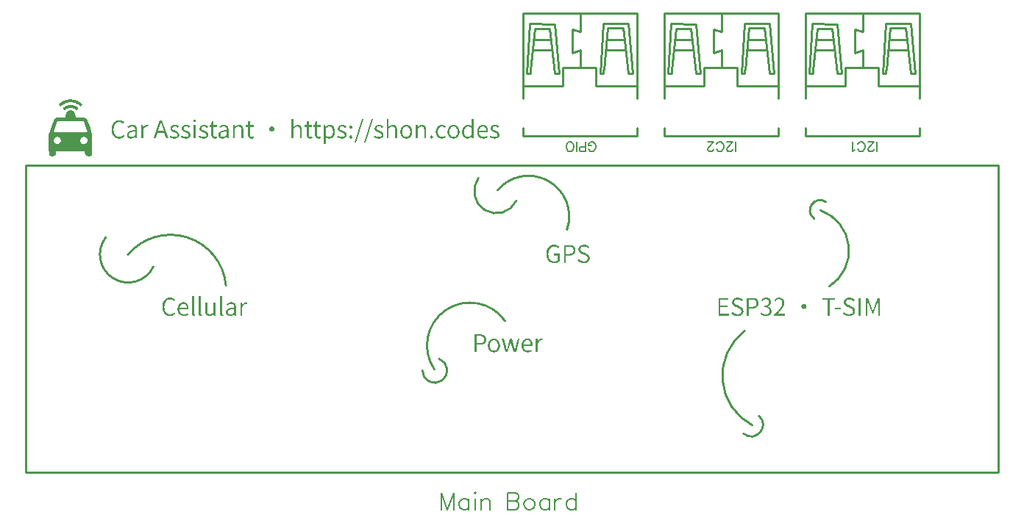
<source format=gto>
G04 Layer: TopSilkscreenLayer*
G04 EasyEDA v6.5.22, 2023-02-03 23:32:18*
G04 deee44f2b4474ee3b8db254c25de0345,4bb84c5f6c124816bf94f4484d05adb3,10*
G04 Gerber Generator version 0.2*
G04 Scale: 100 percent, Rotated: No, Reflected: No *
G04 Dimensions in millimeters *
G04 leading zeros omitted , absolute positions ,4 integer and 5 decimal *
%FSLAX45Y45*%
%MOMM*%

%ADD10C,0.2032*%
%ADD11C,0.1524*%
%ADD12C,0.2540*%

%LPD*%
G36*
X1645615Y8753602D02*
G01*
X1638960Y8753398D01*
X1625752Y8752281D01*
X1619300Y8751417D01*
X1612900Y8750300D01*
X1607820Y8749131D01*
X1596593Y8745728D01*
X1584350Y8741054D01*
X1571752Y8735415D01*
X1559306Y8729116D01*
X1547723Y8722512D01*
X1537512Y8715806D01*
X1533144Y8712555D01*
X1529334Y8709406D01*
X1526184Y8706408D01*
X1514602Y8694318D01*
X1536090Y8674100D01*
X1559814Y8691168D01*
X1569923Y8697417D01*
X1575104Y8700312D01*
X1585671Y8705392D01*
X1596542Y8709710D01*
X1607566Y8713266D01*
X1618792Y8716010D01*
X1630172Y8717940D01*
X1641602Y8719159D01*
X1653082Y8719515D01*
X1664563Y8719159D01*
X1675993Y8717940D01*
X1687372Y8716010D01*
X1698548Y8713266D01*
X1709623Y8709710D01*
X1720443Y8705392D01*
X1731060Y8700312D01*
X1741322Y8694420D01*
X1751279Y8687714D01*
X1770075Y8674100D01*
X1791563Y8694318D01*
X1776120Y8710218D01*
X1772005Y8713927D01*
X1762912Y8720836D01*
X1758035Y8724087D01*
X1747570Y8730132D01*
X1736343Y8735568D01*
X1730502Y8738057D01*
X1718310Y8742476D01*
X1705660Y8746236D01*
X1692605Y8749233D01*
X1679295Y8751468D01*
X1672589Y8752332D01*
X1659077Y8753398D01*
G37*
G36*
X1648612Y8686850D02*
G01*
X1642211Y8686647D01*
X1629664Y8685428D01*
X1623618Y8684412D01*
X1617776Y8683142D01*
X1612138Y8681567D01*
X1606804Y8679688D01*
X1601724Y8677503D01*
X1585163Y8669375D01*
X1578914Y8666022D01*
X1573987Y8663025D01*
X1570228Y8660333D01*
X1567586Y8657844D01*
X1566062Y8655456D01*
X1565503Y8653119D01*
X1565859Y8650732D01*
X1567027Y8648192D01*
X1569008Y8645448D01*
X1581810Y8631631D01*
X1606905Y8644331D01*
X1613204Y8647328D01*
X1619300Y8649919D01*
X1625244Y8652103D01*
X1631035Y8653830D01*
X1636674Y8655202D01*
X1642262Y8656218D01*
X1647698Y8656777D01*
X1653082Y8656980D01*
X1658467Y8656777D01*
X1663903Y8656218D01*
X1669491Y8655202D01*
X1675130Y8653830D01*
X1680921Y8652103D01*
X1686864Y8649919D01*
X1692960Y8647328D01*
X1699260Y8644331D01*
X1724355Y8631631D01*
X1734464Y8642451D01*
X1736801Y8645347D01*
X1738325Y8648192D01*
X1739138Y8651036D01*
X1739239Y8653881D01*
X1738680Y8656624D01*
X1737512Y8659317D01*
X1735683Y8661908D01*
X1733346Y8664498D01*
X1730451Y8666937D01*
X1727098Y8669324D01*
X1723288Y8671560D01*
X1714398Y8675725D01*
X1704136Y8679332D01*
X1692808Y8682329D01*
X1680616Y8684615D01*
X1667967Y8686190D01*
X1655064Y8686850D01*
G37*
G36*
X1652473Y8628634D02*
G01*
X1647189Y8628075D01*
X1641856Y8626856D01*
X1636471Y8625027D01*
X1631086Y8622538D01*
X1625955Y8619642D01*
X1621332Y8616594D01*
X1617116Y8613241D01*
X1613357Y8609685D01*
X1609953Y8605824D01*
X1607007Y8601659D01*
X1604416Y8597138D01*
X1602181Y8592312D01*
X1600301Y8587079D01*
X1598777Y8581390D01*
X1597507Y8575294D01*
X1596542Y8568740D01*
X1593799Y8545372D01*
X1510182Y8545322D01*
X1501800Y8544864D01*
X1494434Y8543899D01*
X1487881Y8542324D01*
X1482090Y8539937D01*
X1476857Y8536584D01*
X1474419Y8534501D01*
X1472082Y8532164D01*
X1469796Y8529472D01*
X1465427Y8523071D01*
X1461109Y8515146D01*
X1456690Y8505596D01*
X1452118Y8494217D01*
X1447139Y8480907D01*
X1412952Y8381136D01*
X1461109Y8381136D01*
X1461770Y8384590D01*
X1466646Y8401710D01*
X1474978Y8428278D01*
X1498803Y8500719D01*
X1807362Y8500719D01*
X1833524Y8421014D01*
X1841093Y8396376D01*
X1845056Y8381136D01*
X1844497Y8380374D01*
X1842820Y8379714D01*
X1839925Y8379104D01*
X1830171Y8378037D01*
X1814525Y8377224D01*
X1792274Y8376564D01*
X1725472Y8375853D01*
X1614322Y8375751D01*
X1535277Y8376208D01*
X1507642Y8376716D01*
X1487170Y8377377D01*
X1473047Y8378291D01*
X1468170Y8378799D01*
X1464614Y8379409D01*
X1462328Y8380018D01*
X1461262Y8380730D01*
X1461109Y8381136D01*
X1412952Y8381136D01*
X1403096Y8352231D01*
X1403096Y8279282D01*
X1459026Y8279282D01*
X1459230Y8283956D01*
X1459992Y8288832D01*
X1461363Y8293811D01*
X1463294Y8298637D01*
X1465884Y8303006D01*
X1468983Y8306917D01*
X1472590Y8310422D01*
X1476552Y8313420D01*
X1480870Y8315909D01*
X1485493Y8317941D01*
X1490268Y8319414D01*
X1495247Y8320379D01*
X1500276Y8320735D01*
X1505305Y8320582D01*
X1510334Y8319820D01*
X1515211Y8318449D01*
X1519936Y8316468D01*
X1524406Y8313826D01*
X1528521Y8310575D01*
X1532585Y8306003D01*
X1535836Y8300466D01*
X1538122Y8294268D01*
X1539544Y8287613D01*
X1539802Y8283752D01*
X1765452Y8283752D01*
X1765807Y8288121D01*
X1766671Y8292338D01*
X1767890Y8296402D01*
X1769567Y8300212D01*
X1771599Y8303768D01*
X1774037Y8307070D01*
X1776780Y8310118D01*
X1779828Y8312861D01*
X1783130Y8315198D01*
X1786737Y8317230D01*
X1790598Y8318906D01*
X1794611Y8320125D01*
X1798878Y8320938D01*
X1803298Y8321294D01*
X1807819Y8321192D01*
X1812543Y8320582D01*
X1817268Y8319465D01*
X1822145Y8317788D01*
X1827022Y8315553D01*
X1832508Y8311845D01*
X1837283Y8306968D01*
X1841296Y8301177D01*
X1844395Y8294776D01*
X1846478Y8287969D01*
X1847494Y8281060D01*
X1847240Y8274354D01*
X1845665Y8268106D01*
X1843481Y8263178D01*
X1840839Y8258708D01*
X1837842Y8254695D01*
X1834438Y8251139D01*
X1830781Y8248040D01*
X1826869Y8245398D01*
X1822704Y8243214D01*
X1818436Y8241538D01*
X1814017Y8240318D01*
X1809546Y8239607D01*
X1805025Y8239353D01*
X1800555Y8239607D01*
X1796186Y8240369D01*
X1791868Y8241639D01*
X1787753Y8243366D01*
X1783842Y8245652D01*
X1780184Y8248497D01*
X1776831Y8251799D01*
X1773783Y8255660D01*
X1771192Y8260080D01*
X1768906Y8264956D01*
X1767281Y8269782D01*
X1766112Y8274507D01*
X1765554Y8279180D01*
X1765452Y8283752D01*
X1539802Y8283752D01*
X1540002Y8280755D01*
X1539494Y8273796D01*
X1537970Y8267090D01*
X1535379Y8260842D01*
X1532788Y8256371D01*
X1529842Y8252459D01*
X1526692Y8249107D01*
X1523288Y8246262D01*
X1519682Y8243925D01*
X1515872Y8242046D01*
X1511960Y8240674D01*
X1507998Y8239759D01*
X1503934Y8239302D01*
X1499819Y8239252D01*
X1495755Y8239607D01*
X1491742Y8240369D01*
X1487779Y8241487D01*
X1483918Y8243011D01*
X1480261Y8244840D01*
X1476705Y8247024D01*
X1473454Y8249564D01*
X1470406Y8252358D01*
X1467612Y8255457D01*
X1465173Y8258860D01*
X1463090Y8262467D01*
X1461414Y8266328D01*
X1460144Y8270443D01*
X1459331Y8274761D01*
X1459026Y8279282D01*
X1403096Y8279282D01*
X1403146Y8181695D01*
X1403350Y8161985D01*
X1403858Y8145729D01*
X1404670Y8132470D01*
X1406042Y8122005D01*
X1406906Y8117738D01*
X1407922Y8113979D01*
X1409141Y8110778D01*
X1410512Y8108086D01*
X1412087Y8105800D01*
X1413916Y8103971D01*
X1415897Y8102447D01*
X1418183Y8101279D01*
X1420672Y8100415D01*
X1423416Y8099755D01*
X1429766Y8099094D01*
X1446174Y8098942D01*
X1452727Y8099196D01*
X1458772Y8100009D01*
X1464259Y8101380D01*
X1469186Y8103311D01*
X1473555Y8105749D01*
X1477314Y8108696D01*
X1480566Y8112201D01*
X1483207Y8116214D01*
X1485239Y8120735D01*
X1486712Y8125815D01*
X1487627Y8131403D01*
X1487881Y8137499D01*
X1487881Y8152485D01*
X1818233Y8152485D01*
X1818233Y8137499D01*
X1818538Y8131403D01*
X1819452Y8125815D01*
X1820925Y8120735D01*
X1822957Y8116214D01*
X1825599Y8112201D01*
X1828800Y8108696D01*
X1832610Y8105749D01*
X1836978Y8103311D01*
X1841906Y8101380D01*
X1847342Y8100009D01*
X1853387Y8099196D01*
X1859991Y8098942D01*
X1876399Y8099094D01*
X1882749Y8099755D01*
X1885492Y8100415D01*
X1887982Y8101279D01*
X1890268Y8102447D01*
X1892249Y8103971D01*
X1894027Y8105800D01*
X1895652Y8108086D01*
X1897024Y8110778D01*
X1898243Y8113979D01*
X1899259Y8117738D01*
X1900885Y8126933D01*
X1901952Y8138718D01*
X1902612Y8153450D01*
X1902968Y8171383D01*
X1903069Y8352231D01*
X1870506Y8447684D01*
X1858975Y8480907D01*
X1854047Y8494217D01*
X1849475Y8505596D01*
X1845056Y8515146D01*
X1840738Y8523071D01*
X1836318Y8529472D01*
X1834083Y8532164D01*
X1829257Y8536584D01*
X1824075Y8539937D01*
X1818233Y8542324D01*
X1811731Y8543899D01*
X1804365Y8544864D01*
X1795932Y8545322D01*
X1712366Y8545372D01*
X1709623Y8568232D01*
X1708556Y8575192D01*
X1707032Y8581796D01*
X1705102Y8588044D01*
X1702765Y8593886D01*
X1700022Y8599322D01*
X1696974Y8604402D01*
X1693570Y8609025D01*
X1689912Y8613190D01*
X1685899Y8616950D01*
X1681683Y8620201D01*
X1677263Y8622944D01*
X1672589Y8625179D01*
X1667764Y8626856D01*
X1662785Y8628024D01*
X1657705Y8628634D01*
G37*
G36*
X4197604Y8528304D02*
G01*
X4197604Y8305800D01*
X4220210Y8305800D01*
X4220210Y8416036D01*
X4225950Y8421776D01*
X4231335Y8426754D01*
X4236567Y8430971D01*
X4241647Y8434476D01*
X4246778Y8437168D01*
X4252010Y8439099D01*
X4257395Y8440267D01*
X4263136Y8440674D01*
X4268165Y8440420D01*
X4272686Y8439607D01*
X4276699Y8438235D01*
X4280255Y8436305D01*
X4283354Y8433765D01*
X4286046Y8430666D01*
X4288231Y8426958D01*
X4290009Y8422589D01*
X4291380Y8417610D01*
X4292346Y8412022D01*
X4292904Y8405723D01*
X4293108Y8398764D01*
X4293108Y8305800D01*
X4315968Y8305800D01*
X4315968Y8401558D01*
X4315815Y8408568D01*
X4315307Y8415172D01*
X4314444Y8421319D01*
X4313224Y8427059D01*
X4311650Y8432342D01*
X4309719Y8437168D01*
X4307433Y8441537D01*
X4304792Y8445500D01*
X4301794Y8449005D01*
X4298391Y8452002D01*
X4294632Y8454593D01*
X4290466Y8456726D01*
X4285945Y8458352D01*
X4281017Y8459520D01*
X4275683Y8460232D01*
X4269994Y8460486D01*
X4262424Y8459978D01*
X4255363Y8458454D01*
X4248658Y8456066D01*
X4242358Y8452916D01*
X4236313Y8449106D01*
X4230522Y8444738D01*
X4224934Y8439962D01*
X4219448Y8434832D01*
X4220210Y8466328D01*
X4220210Y8528304D01*
G37*
G36*
X5290820Y8528304D02*
G01*
X5290820Y8305800D01*
X5313426Y8305800D01*
X5313426Y8416036D01*
X5319166Y8421776D01*
X5324551Y8426754D01*
X5329783Y8430971D01*
X5334914Y8434476D01*
X5340045Y8437168D01*
X5345328Y8439099D01*
X5350814Y8440267D01*
X5356606Y8440674D01*
X5361584Y8440420D01*
X5366054Y8439607D01*
X5370017Y8438235D01*
X5373573Y8436305D01*
X5376621Y8433765D01*
X5379262Y8430666D01*
X5381498Y8426958D01*
X5383225Y8422589D01*
X5384596Y8417610D01*
X5385562Y8412022D01*
X5386120Y8405723D01*
X5386324Y8398764D01*
X5386324Y8305800D01*
X5409438Y8305800D01*
X5409438Y8401558D01*
X5409285Y8408568D01*
X5408726Y8415172D01*
X5407863Y8421319D01*
X5406644Y8427059D01*
X5405069Y8432342D01*
X5403138Y8437168D01*
X5400802Y8441537D01*
X5398160Y8445500D01*
X5395112Y8449005D01*
X5391658Y8452002D01*
X5387898Y8454593D01*
X5383733Y8456726D01*
X5379161Y8458352D01*
X5374233Y8459520D01*
X5368899Y8460232D01*
X5363210Y8460486D01*
X5355742Y8459978D01*
X5348681Y8458454D01*
X5341975Y8456066D01*
X5335625Y8452916D01*
X5329580Y8449106D01*
X5323789Y8444738D01*
X5318150Y8439962D01*
X5312664Y8434832D01*
X5313426Y8466328D01*
X5313426Y8528304D01*
G37*
G36*
X6267704Y8528304D02*
G01*
X6267704Y8468868D01*
X6268720Y8442706D01*
X6263640Y8446668D01*
X6258661Y8450173D01*
X6253734Y8453221D01*
X6248654Y8455812D01*
X6243421Y8457793D01*
X6237884Y8459266D01*
X6231940Y8460181D01*
X6225540Y8460486D01*
X6220358Y8460232D01*
X6215227Y8459571D01*
X6210249Y8458454D01*
X6205321Y8456879D01*
X6200597Y8454948D01*
X6195974Y8452561D01*
X6191554Y8449767D01*
X6187338Y8446566D01*
X6183376Y8443010D01*
X6179616Y8439048D01*
X6176111Y8434730D01*
X6172911Y8430107D01*
X6169964Y8425078D01*
X6167374Y8419744D01*
X6165138Y8414105D01*
X6163259Y8408111D01*
X6161735Y8401812D01*
X6160668Y8395258D01*
X6160008Y8388400D01*
X6159754Y8381238D01*
X6183630Y8381238D01*
X6183884Y8387740D01*
X6184544Y8393938D01*
X6185611Y8399881D01*
X6187135Y8405520D01*
X6189014Y8410854D01*
X6191250Y8415782D01*
X6193840Y8420404D01*
X6196736Y8424570D01*
X6199936Y8428329D01*
X6203442Y8431682D01*
X6207201Y8434578D01*
X6211163Y8437016D01*
X6215380Y8438896D01*
X6219799Y8440318D01*
X6224371Y8441131D01*
X6229096Y8441436D01*
X6233972Y8441182D01*
X6238748Y8440470D01*
X6243523Y8439302D01*
X6248196Y8437524D01*
X6252921Y8435238D01*
X6257747Y8432342D01*
X6262624Y8428837D01*
X6267704Y8424672D01*
X6267704Y8342884D01*
X6262674Y8337905D01*
X6257645Y8333536D01*
X6252667Y8329879D01*
X6247638Y8326881D01*
X6242558Y8324545D01*
X6237427Y8322868D01*
X6232194Y8321903D01*
X6226810Y8321548D01*
X6221780Y8321802D01*
X6217005Y8322614D01*
X6212535Y8323884D01*
X6208369Y8325662D01*
X6204508Y8327898D01*
X6201003Y8330641D01*
X6197752Y8333841D01*
X6194856Y8337499D01*
X6192266Y8341563D01*
X6189980Y8346033D01*
X6188049Y8350961D01*
X6186474Y8356244D01*
X6185255Y8361934D01*
X6184341Y8368030D01*
X6183833Y8374481D01*
X6183630Y8381238D01*
X6159754Y8381238D01*
X6159957Y8373821D01*
X6160465Y8366759D01*
X6161379Y8360003D01*
X6162598Y8353602D01*
X6164173Y8347557D01*
X6166053Y8341868D01*
X6168237Y8336534D01*
X6170777Y8331606D01*
X6173571Y8326983D01*
X6176670Y8322767D01*
X6180074Y8318957D01*
X6183731Y8315502D01*
X6187643Y8312403D01*
X6191859Y8309762D01*
X6196279Y8307476D01*
X6201003Y8305596D01*
X6205880Y8304123D01*
X6211062Y8303107D01*
X6216396Y8302447D01*
X6221984Y8302244D01*
X6228842Y8302701D01*
X6235446Y8303920D01*
X6241796Y8305952D01*
X6247841Y8308594D01*
X6253581Y8311794D01*
X6258966Y8315553D01*
X6264046Y8319668D01*
X6268720Y8324088D01*
X6269482Y8324088D01*
X6271514Y8305800D01*
X6290310Y8305800D01*
X6290310Y8528304D01*
G37*
G36*
X5005324Y8527034D02*
G01*
X4918964Y8256016D01*
X4935728Y8256016D01*
X5022088Y8527034D01*
G37*
G36*
X5114798Y8527034D02*
G01*
X5028438Y8256016D01*
X5045202Y8256016D01*
X5131562Y8527034D01*
G37*
G36*
X3082036Y8520430D02*
G01*
X3075482Y8519312D01*
X3070402Y8516213D01*
X3067202Y8511336D01*
X3066034Y8504936D01*
X3067202Y8498382D01*
X3070402Y8493455D01*
X3075482Y8490305D01*
X3082036Y8489188D01*
X3088182Y8490305D01*
X3093110Y8493455D01*
X3096361Y8498382D01*
X3097530Y8504936D01*
X3096361Y8511336D01*
X3093110Y8516213D01*
X3088182Y8519312D01*
G37*
G36*
X2214372Y8514080D02*
G01*
X2208885Y8513927D01*
X2203500Y8513470D01*
X2198217Y8512708D01*
X2193086Y8511641D01*
X2188108Y8510320D01*
X2178507Y8506764D01*
X2169515Y8502091D01*
X2161235Y8496300D01*
X2157323Y8493048D01*
X2153615Y8489492D01*
X2150110Y8485682D01*
X2146808Y8481669D01*
X2140762Y8472830D01*
X2135632Y8463076D01*
X2133396Y8457793D01*
X2131415Y8452358D01*
X2129688Y8446668D01*
X2126945Y8434679D01*
X2125980Y8428329D01*
X2125268Y8421827D01*
X2124862Y8415070D01*
X2124710Y8408162D01*
X2124862Y8401151D01*
X2125268Y8394344D01*
X2125980Y8387791D01*
X2126945Y8381441D01*
X2128164Y8375294D01*
X2129637Y8369350D01*
X2131314Y8363661D01*
X2133295Y8358174D01*
X2135479Y8352942D01*
X2137918Y8347913D01*
X2140559Y8343188D01*
X2143404Y8338667D01*
X2146452Y8334349D01*
X2149703Y8330336D01*
X2153158Y8326577D01*
X2156764Y8323072D01*
X2160625Y8319820D01*
X2164588Y8316823D01*
X2168753Y8314080D01*
X2173071Y8311642D01*
X2177542Y8309457D01*
X2182164Y8307578D01*
X2186940Y8305952D01*
X2191816Y8304631D01*
X2196846Y8303615D01*
X2201976Y8302853D01*
X2207209Y8302396D01*
X2212594Y8302244D01*
X2219096Y8302447D01*
X2225395Y8303107D01*
X2231339Y8304225D01*
X2237079Y8305698D01*
X2242566Y8307578D01*
X2247849Y8309914D01*
X2252878Y8312556D01*
X2257704Y8315655D01*
X2262327Y8319058D01*
X2266746Y8322868D01*
X2271014Y8326983D01*
X2275078Y8331453D01*
X2262124Y8345931D01*
X2256993Y8340648D01*
X2251710Y8335975D01*
X2246172Y8331962D01*
X2240381Y8328609D01*
X2234285Y8326018D01*
X2227884Y8324088D01*
X2221077Y8322970D01*
X2213864Y8322564D01*
X2207920Y8322818D01*
X2202230Y8323529D01*
X2196744Y8324748D01*
X2191562Y8326424D01*
X2186584Y8328609D01*
X2181910Y8331200D01*
X2177491Y8334197D01*
X2173325Y8337651D01*
X2169515Y8341512D01*
X2165959Y8345779D01*
X2162708Y8350453D01*
X2159762Y8355533D01*
X2157171Y8360968D01*
X2154834Y8366759D01*
X2152904Y8372906D01*
X2151278Y8379409D01*
X2150008Y8386267D01*
X2149094Y8393430D01*
X2148535Y8400897D01*
X2148332Y8408670D01*
X2148535Y8416391D01*
X2149094Y8423808D01*
X2150059Y8430920D01*
X2151380Y8437676D01*
X2153107Y8444128D01*
X2155139Y8450173D01*
X2157476Y8455914D01*
X2160168Y8461248D01*
X2163216Y8466226D01*
X2166518Y8470798D01*
X2170125Y8475014D01*
X2174087Y8478774D01*
X2178253Y8482177D01*
X2182723Y8485124D01*
X2187448Y8487664D01*
X2192426Y8489746D01*
X2197608Y8491372D01*
X2203094Y8492540D01*
X2208733Y8493252D01*
X2214626Y8493506D01*
X2221128Y8493150D01*
X2227275Y8492083D01*
X2233117Y8490407D01*
X2238603Y8488121D01*
X2243734Y8485276D01*
X2248509Y8481923D01*
X2252980Y8478164D01*
X2257044Y8473948D01*
X2269998Y8489188D01*
X2263546Y8495436D01*
X2259888Y8498433D01*
X2255926Y8501278D01*
X2251659Y8503970D01*
X2247138Y8506409D01*
X2242312Y8508593D01*
X2237282Y8510473D01*
X2231898Y8511997D01*
X2226310Y8513114D01*
X2220468Y8513826D01*
G37*
G36*
X2680970Y8510270D02*
G01*
X2639407Y8388603D01*
X2661158Y8388603D01*
X2679039Y8444687D01*
X2685948Y8467445D01*
X2692654Y8490966D01*
X2693924Y8490966D01*
X2704084Y8456117D01*
X2725674Y8388603D01*
X2639407Y8388603D01*
X2611120Y8305800D01*
X2634234Y8305800D01*
X2655316Y8370316D01*
X2731516Y8370316D01*
X2751836Y8305800D01*
X2776474Y8305800D01*
X2706370Y8510270D01*
G37*
G36*
X3276600Y8499348D02*
G01*
X3273806Y8456676D01*
X3250184Y8455406D01*
X3250184Y8437880D01*
X3273044Y8437880D01*
X3273044Y8351266D01*
X3273247Y8344153D01*
X3273907Y8337499D01*
X3275076Y8331301D01*
X3276803Y8325561D01*
X3279089Y8320379D01*
X3281984Y8315807D01*
X3285540Y8311794D01*
X3289808Y8308441D01*
X3294786Y8305800D01*
X3300577Y8303869D01*
X3307232Y8302650D01*
X3314700Y8302244D01*
X3321202Y8302701D01*
X3328009Y8303971D01*
X3334867Y8305800D01*
X3341370Y8307831D01*
X3337051Y8325103D01*
X3332937Y8323478D01*
X3328365Y8322106D01*
X3323691Y8321141D01*
X3319272Y8320786D01*
X3313074Y8321294D01*
X3307994Y8322818D01*
X3303879Y8325307D01*
X3300679Y8328710D01*
X3298393Y8332978D01*
X3296818Y8338058D01*
X3295904Y8343900D01*
X3295650Y8350503D01*
X3295650Y8437880D01*
X3337306Y8437880D01*
X3337306Y8456676D01*
X3295650Y8456676D01*
X3295650Y8499348D01*
G37*
G36*
X3698240Y8499348D02*
G01*
X3695446Y8456676D01*
X3671824Y8455406D01*
X3671824Y8437880D01*
X3694684Y8437880D01*
X3694684Y8351266D01*
X3694887Y8344153D01*
X3695547Y8337499D01*
X3696715Y8331301D01*
X3698443Y8325561D01*
X3700729Y8320379D01*
X3703624Y8315807D01*
X3707180Y8311794D01*
X3711448Y8308441D01*
X3716426Y8305800D01*
X3722217Y8303869D01*
X3728872Y8302650D01*
X3736340Y8302244D01*
X3742842Y8302701D01*
X3749700Y8303971D01*
X3756507Y8305800D01*
X3763010Y8307831D01*
X3758692Y8325103D01*
X3754577Y8323478D01*
X3750005Y8322106D01*
X3745331Y8321141D01*
X3740912Y8320786D01*
X3734714Y8321294D01*
X3729634Y8322818D01*
X3725519Y8325307D01*
X3722319Y8328710D01*
X3720033Y8332978D01*
X3718458Y8338058D01*
X3717544Y8343900D01*
X3717290Y8350503D01*
X3717290Y8437880D01*
X3758946Y8437880D01*
X3758946Y8456676D01*
X3717290Y8456676D01*
X3717290Y8499348D01*
G37*
G36*
X4373626Y8499348D02*
G01*
X4370832Y8456676D01*
X4346956Y8455406D01*
X4346956Y8437880D01*
X4370070Y8437880D01*
X4370070Y8351266D01*
X4370273Y8344153D01*
X4370933Y8337499D01*
X4372102Y8331301D01*
X4373829Y8325561D01*
X4376064Y8320379D01*
X4378960Y8315807D01*
X4382516Y8311794D01*
X4386732Y8308441D01*
X4391710Y8305800D01*
X4397451Y8303869D01*
X4404055Y8302650D01*
X4411472Y8302244D01*
X4418025Y8302701D01*
X4424934Y8303971D01*
X4431842Y8305800D01*
X4438396Y8307831D01*
X4433824Y8325103D01*
X4429810Y8323478D01*
X4425340Y8322106D01*
X4420717Y8321141D01*
X4416298Y8320786D01*
X4410100Y8321294D01*
X4405020Y8322818D01*
X4400905Y8325307D01*
X4397705Y8328710D01*
X4395419Y8332978D01*
X4393844Y8338058D01*
X4392930Y8343900D01*
X4392676Y8350503D01*
X4392676Y8437880D01*
X4434332Y8437880D01*
X4434332Y8456676D01*
X4392676Y8456676D01*
X4392676Y8499348D01*
G37*
G36*
X4470654Y8499348D02*
G01*
X4467860Y8456676D01*
X4443984Y8455406D01*
X4443984Y8437880D01*
X4466844Y8437880D01*
X4466844Y8351266D01*
X4467047Y8344153D01*
X4467758Y8337499D01*
X4468926Y8331301D01*
X4470654Y8325561D01*
X4472940Y8320379D01*
X4475886Y8315807D01*
X4479442Y8311794D01*
X4483709Y8308441D01*
X4488688Y8305800D01*
X4494479Y8303869D01*
X4501083Y8302650D01*
X4508500Y8302244D01*
X4515053Y8302701D01*
X4521962Y8303971D01*
X4528870Y8305800D01*
X4535424Y8307831D01*
X4530852Y8325103D01*
X4526737Y8323478D01*
X4522266Y8322106D01*
X4517694Y8321141D01*
X4513326Y8320786D01*
X4507026Y8321294D01*
X4501896Y8322818D01*
X4497730Y8325307D01*
X4494530Y8328710D01*
X4492193Y8332978D01*
X4490618Y8338058D01*
X4489704Y8343900D01*
X4489450Y8350503D01*
X4489450Y8437880D01*
X4531106Y8437880D01*
X4531106Y8456676D01*
X4489450Y8456676D01*
X4489450Y8499348D01*
G37*
G36*
X2367280Y8460486D02*
G01*
X2361234Y8460282D01*
X2355342Y8459622D01*
X2349652Y8458606D01*
X2344115Y8457285D01*
X2338781Y8455660D01*
X2333650Y8453831D01*
X2324150Y8449665D01*
X2315768Y8445144D01*
X2308606Y8440674D01*
X2317750Y8424926D01*
X2322271Y8427974D01*
X2327198Y8430971D01*
X2332482Y8433816D01*
X2338120Y8436356D01*
X2344115Y8438540D01*
X2350312Y8440216D01*
X2356815Y8441283D01*
X2363470Y8441690D01*
X2369616Y8441283D01*
X2374950Y8440115D01*
X2379573Y8438184D01*
X2383536Y8435644D01*
X2386787Y8432596D01*
X2389479Y8428990D01*
X2391664Y8424976D01*
X2393289Y8420608D01*
X2394458Y8415985D01*
X2395220Y8411108D01*
X2395626Y8406130D01*
X2395728Y8401050D01*
X2386279Y8399932D01*
X2368956Y8397189D01*
X2353767Y8393887D01*
X2346909Y8391956D01*
X2340610Y8389874D01*
X2334768Y8387638D01*
X2329434Y8385200D01*
X2324557Y8382558D01*
X2320239Y8379764D01*
X2316327Y8376716D01*
X2312924Y8373516D01*
X2310028Y8370062D01*
X2307539Y8366404D01*
X2305507Y8362543D01*
X2303983Y8358428D01*
X2302865Y8354059D01*
X2302205Y8349488D01*
X2302055Y8345931D01*
X2324100Y8345931D01*
X2324303Y8349742D01*
X2325014Y8353348D01*
X2326132Y8356803D01*
X2327808Y8360054D01*
X2329992Y8363153D01*
X2332685Y8366048D01*
X2335987Y8368741D01*
X2339898Y8371281D01*
X2344420Y8373668D01*
X2349601Y8375903D01*
X2355494Y8377936D01*
X2362047Y8379815D01*
X2369312Y8381542D01*
X2377338Y8383117D01*
X2386126Y8384540D01*
X2395728Y8385809D01*
X2395728Y8341614D01*
X2390038Y8336788D01*
X2384552Y8332520D01*
X2379167Y8328914D01*
X2373884Y8325916D01*
X2368600Y8323580D01*
X2363216Y8321903D01*
X2357729Y8320887D01*
X2352040Y8320531D01*
X2346452Y8320887D01*
X2341270Y8321954D01*
X2336495Y8323834D01*
X2332329Y8326475D01*
X2328926Y8329980D01*
X2326335Y8334349D01*
X2324658Y8339683D01*
X2324100Y8345931D01*
X2302055Y8345931D01*
X2302408Y8338058D01*
X2303526Y8332012D01*
X2305354Y8326475D01*
X2307844Y8321497D01*
X2310993Y8317026D01*
X2314651Y8313166D01*
X2318816Y8309864D01*
X2323490Y8307120D01*
X2328570Y8305038D01*
X2334056Y8303463D01*
X2339848Y8302548D01*
X2345944Y8302244D01*
X2353005Y8302701D01*
X2359863Y8303971D01*
X2366568Y8305952D01*
X2373071Y8308644D01*
X2379319Y8311896D01*
X2385364Y8315655D01*
X2391206Y8319820D01*
X2396744Y8324342D01*
X2397760Y8324342D01*
X2399538Y8305800D01*
X2418334Y8305800D01*
X2418334Y8399272D01*
X2418181Y8405926D01*
X2417622Y8412327D01*
X2416759Y8418423D01*
X2415489Y8424164D01*
X2413863Y8429548D01*
X2411831Y8434578D01*
X2409393Y8439251D01*
X2406497Y8443518D01*
X2403246Y8447328D01*
X2399487Y8450681D01*
X2395321Y8453628D01*
X2390698Y8456015D01*
X2385568Y8457946D01*
X2379980Y8459368D01*
X2373884Y8460181D01*
G37*
G36*
X2532380Y8460486D02*
G01*
X2526080Y8459927D01*
X2519984Y8458250D01*
X2514092Y8455558D01*
X2508453Y8451900D01*
X2503170Y8447328D01*
X2498293Y8441944D01*
X2493772Y8435797D01*
X2489708Y8428990D01*
X2488692Y8428990D01*
X2486406Y8456676D01*
X2468118Y8456676D01*
X2468118Y8305800D01*
X2490724Y8305800D01*
X2490724Y8404098D01*
X2494838Y8413242D01*
X2499360Y8420862D01*
X2504186Y8427059D01*
X2509215Y8431885D01*
X2514346Y8435543D01*
X2519527Y8438032D01*
X2524607Y8439454D01*
X2529586Y8439912D01*
X2533548Y8439759D01*
X2537002Y8439302D01*
X2540254Y8438540D01*
X2543810Y8437372D01*
X2548128Y8457184D01*
X2544521Y8458758D01*
X2540812Y8459774D01*
X2536850Y8460333D01*
G37*
G36*
X2853944Y8460486D02*
G01*
X2846070Y8460130D01*
X2838754Y8459012D01*
X2832100Y8457234D01*
X2826054Y8454796D01*
X2820720Y8451799D01*
X2815996Y8448243D01*
X2811983Y8444230D01*
X2808681Y8439759D01*
X2806039Y8434882D01*
X2804160Y8429650D01*
X2803042Y8424113D01*
X2802636Y8418322D01*
X2803093Y8412226D01*
X2804464Y8406739D01*
X2806598Y8401812D01*
X2809443Y8397392D01*
X2812897Y8393480D01*
X2816910Y8389924D01*
X2821330Y8386775D01*
X2826156Y8383930D01*
X2831236Y8381390D01*
X2841904Y8376920D01*
X2853740Y8372449D01*
X2859989Y8369858D01*
X2865932Y8366963D01*
X2871266Y8363762D01*
X2875788Y8360054D01*
X2879293Y8355787D01*
X2881579Y8350859D01*
X2882392Y8345170D01*
X2881884Y8340090D01*
X2880461Y8335365D01*
X2878023Y8331098D01*
X2874568Y8327339D01*
X2870200Y8324291D01*
X2864815Y8322005D01*
X2858465Y8320531D01*
X2851150Y8320024D01*
X2844241Y8320379D01*
X2837840Y8321395D01*
X2831795Y8323021D01*
X2826156Y8325154D01*
X2820720Y8327847D01*
X2815590Y8330946D01*
X2810560Y8334451D01*
X2805684Y8338312D01*
X2794254Y8322818D01*
X2799842Y8318601D01*
X2805988Y8314690D01*
X2812592Y8311184D01*
X2819552Y8308136D01*
X2826867Y8305647D01*
X2834487Y8303818D01*
X2842361Y8302650D01*
X2850388Y8302244D01*
X2858770Y8302650D01*
X2866440Y8303818D01*
X2873502Y8305749D01*
X2879801Y8308340D01*
X2885440Y8311540D01*
X2890367Y8315248D01*
X2894533Y8319516D01*
X2897987Y8324189D01*
X2900730Y8329269D01*
X2902661Y8334654D01*
X2903829Y8340293D01*
X2904236Y8346186D01*
X2903728Y8352993D01*
X2902305Y8359089D01*
X2900019Y8364423D01*
X2897022Y8369096D01*
X2893364Y8373262D01*
X2889148Y8376920D01*
X2884474Y8380171D01*
X2879445Y8383016D01*
X2868625Y8387994D01*
X2845054Y8397087D01*
X2839466Y8399678D01*
X2834487Y8402574D01*
X2830372Y8405926D01*
X2827223Y8409787D01*
X2825191Y8414308D01*
X2824480Y8419592D01*
X2824937Y8424062D01*
X2826258Y8428329D01*
X2828493Y8432190D01*
X2831693Y8435594D01*
X2835808Y8438438D01*
X2840888Y8440572D01*
X2846933Y8441994D01*
X2853944Y8442452D01*
X2858973Y8442198D01*
X2863697Y8441436D01*
X2868218Y8440216D01*
X2872536Y8438591D01*
X2876702Y8436610D01*
X2880715Y8434324D01*
X2888488Y8428990D01*
X2899664Y8443722D01*
X2895142Y8447125D01*
X2890215Y8450326D01*
X2884932Y8453170D01*
X2879293Y8455609D01*
X2873298Y8457641D01*
X2867101Y8459165D01*
X2860598Y8460130D01*
G37*
G36*
X2983230Y8460486D02*
G01*
X2975356Y8460130D01*
X2968040Y8459012D01*
X2961386Y8457234D01*
X2955340Y8454796D01*
X2950006Y8451799D01*
X2945282Y8448243D01*
X2941269Y8444230D01*
X2937967Y8439759D01*
X2935325Y8434882D01*
X2933446Y8429650D01*
X2932328Y8424113D01*
X2931922Y8418322D01*
X2932379Y8412226D01*
X2933750Y8406739D01*
X2935884Y8401812D01*
X2938729Y8397392D01*
X2942183Y8393480D01*
X2946196Y8389924D01*
X2950616Y8386775D01*
X2955442Y8383930D01*
X2960522Y8381390D01*
X2971190Y8376920D01*
X2983026Y8372449D01*
X2989275Y8369858D01*
X2995218Y8366963D01*
X3000552Y8363762D01*
X3005074Y8360054D01*
X3008579Y8355787D01*
X3010865Y8350859D01*
X3011678Y8345170D01*
X3011220Y8340090D01*
X3009747Y8335365D01*
X3007360Y8331098D01*
X3003956Y8327339D01*
X2999587Y8324291D01*
X2994202Y8322005D01*
X2987852Y8320531D01*
X2980436Y8320024D01*
X2973578Y8320379D01*
X2967177Y8321395D01*
X2961182Y8323021D01*
X2955493Y8325154D01*
X2950159Y8327847D01*
X2944977Y8330946D01*
X2939948Y8334451D01*
X2934970Y8338312D01*
X2923540Y8322818D01*
X2929128Y8318601D01*
X2935274Y8314690D01*
X2941878Y8311184D01*
X2948838Y8308136D01*
X2956153Y8305647D01*
X2963773Y8303818D01*
X2971647Y8302650D01*
X2979674Y8302244D01*
X2988056Y8302650D01*
X2995726Y8303818D01*
X3002788Y8305749D01*
X3009087Y8308340D01*
X3014726Y8311540D01*
X3019653Y8315248D01*
X3023819Y8319516D01*
X3027273Y8324189D01*
X3030016Y8329269D01*
X3031947Y8334654D01*
X3033115Y8340293D01*
X3033522Y8346186D01*
X3033014Y8352993D01*
X3031591Y8359089D01*
X3029356Y8364423D01*
X3026308Y8369096D01*
X3022650Y8373262D01*
X3018485Y8376920D01*
X3013811Y8380171D01*
X3008782Y8383016D01*
X2998063Y8387994D01*
X2987040Y8392414D01*
X2974492Y8397087D01*
X2968904Y8399678D01*
X2963976Y8402574D01*
X2959862Y8405926D01*
X2956712Y8409787D01*
X2954731Y8414308D01*
X2954020Y8419592D01*
X2954477Y8424062D01*
X2955747Y8428329D01*
X2957982Y8432190D01*
X2961081Y8435594D01*
X2965145Y8438438D01*
X2970225Y8440572D01*
X2976219Y8441994D01*
X2983230Y8442452D01*
X2988259Y8442198D01*
X2992983Y8441436D01*
X2997504Y8440216D01*
X3001873Y8438591D01*
X3006039Y8436610D01*
X3010103Y8434324D01*
X3018028Y8428990D01*
X3029204Y8443722D01*
X3024682Y8447125D01*
X3019755Y8450326D01*
X3014472Y8453170D01*
X3008782Y8455609D01*
X3002788Y8457641D01*
X2996539Y8459165D01*
X2989986Y8460130D01*
G37*
G36*
X3187700Y8460486D02*
G01*
X3179876Y8460130D01*
X3172612Y8459012D01*
X3165957Y8457234D01*
X3159963Y8454796D01*
X3154578Y8451799D01*
X3149854Y8448243D01*
X3145790Y8444230D01*
X3142488Y8439759D01*
X3139846Y8434882D01*
X3137916Y8429650D01*
X3136798Y8424113D01*
X3136392Y8418322D01*
X3136849Y8412226D01*
X3138220Y8406739D01*
X3140354Y8401812D01*
X3143199Y8397392D01*
X3146653Y8393480D01*
X3150666Y8389924D01*
X3155086Y8386775D01*
X3159912Y8383930D01*
X3164992Y8381390D01*
X3175660Y8376920D01*
X3187496Y8372449D01*
X3193796Y8369858D01*
X3199739Y8366963D01*
X3205124Y8363762D01*
X3209696Y8360054D01*
X3213303Y8355787D01*
X3215589Y8350859D01*
X3216402Y8345170D01*
X3215894Y8340090D01*
X3214420Y8335365D01*
X3211982Y8331098D01*
X3208578Y8327339D01*
X3204159Y8324291D01*
X3198723Y8322005D01*
X3192322Y8320531D01*
X3184906Y8320024D01*
X3178098Y8320379D01*
X3171748Y8321395D01*
X3165754Y8323021D01*
X3160064Y8325154D01*
X3154680Y8327847D01*
X3149447Y8330946D01*
X3144418Y8334451D01*
X3139440Y8338312D01*
X3128010Y8322818D01*
X3133598Y8318601D01*
X3139744Y8314690D01*
X3146348Y8311184D01*
X3153308Y8308136D01*
X3160623Y8305647D01*
X3168243Y8303818D01*
X3176117Y8302650D01*
X3184144Y8302244D01*
X3192576Y8302650D01*
X3200298Y8303818D01*
X3207359Y8305749D01*
X3213658Y8308340D01*
X3219297Y8311540D01*
X3224225Y8315248D01*
X3228390Y8319516D01*
X3231845Y8324189D01*
X3234486Y8329269D01*
X3236417Y8334654D01*
X3237585Y8340293D01*
X3237992Y8346186D01*
X3237484Y8352993D01*
X3236061Y8359089D01*
X3233826Y8364423D01*
X3230829Y8369096D01*
X3227222Y8373262D01*
X3223056Y8376920D01*
X3218383Y8380171D01*
X3213404Y8383016D01*
X3202635Y8387994D01*
X3179064Y8397087D01*
X3173476Y8399678D01*
X3168497Y8402574D01*
X3164382Y8405926D01*
X3161233Y8409787D01*
X3159201Y8414308D01*
X3158490Y8419592D01*
X3158947Y8424062D01*
X3160217Y8428329D01*
X3162452Y8432190D01*
X3165551Y8435594D01*
X3169615Y8438438D01*
X3174695Y8440572D01*
X3180689Y8441994D01*
X3187700Y8442452D01*
X3192729Y8442198D01*
X3197453Y8441436D01*
X3201974Y8440216D01*
X3206343Y8438591D01*
X3210509Y8436610D01*
X3214573Y8434324D01*
X3222498Y8428990D01*
X3233674Y8443722D01*
X3229152Y8447125D01*
X3224225Y8450326D01*
X3218942Y8453170D01*
X3213252Y8455609D01*
X3207258Y8457641D01*
X3201009Y8459165D01*
X3194456Y8460130D01*
G37*
G36*
X3420618Y8460486D02*
G01*
X3414572Y8460282D01*
X3408679Y8459622D01*
X3402990Y8458606D01*
X3397453Y8457285D01*
X3392119Y8455660D01*
X3386988Y8453831D01*
X3377488Y8449665D01*
X3369106Y8445144D01*
X3361944Y8440674D01*
X3371087Y8424926D01*
X3375609Y8427974D01*
X3380536Y8430971D01*
X3385820Y8433816D01*
X3391458Y8436356D01*
X3397453Y8438540D01*
X3403650Y8440216D01*
X3410153Y8441283D01*
X3416808Y8441690D01*
X3422954Y8441283D01*
X3428288Y8440115D01*
X3432911Y8438184D01*
X3436874Y8435644D01*
X3440125Y8432596D01*
X3442868Y8428990D01*
X3445001Y8424976D01*
X3446627Y8420608D01*
X3447796Y8415985D01*
X3448558Y8411108D01*
X3448964Y8406130D01*
X3449065Y8401050D01*
X3439617Y8399932D01*
X3422294Y8397189D01*
X3407105Y8393887D01*
X3400247Y8391956D01*
X3393948Y8389874D01*
X3388106Y8387638D01*
X3382772Y8385200D01*
X3377895Y8382558D01*
X3373577Y8379764D01*
X3369665Y8376716D01*
X3366262Y8373516D01*
X3363366Y8370062D01*
X3360877Y8366404D01*
X3358845Y8362543D01*
X3357321Y8358428D01*
X3356203Y8354059D01*
X3355543Y8349488D01*
X3355393Y8345931D01*
X3377437Y8345931D01*
X3377641Y8349742D01*
X3378352Y8353348D01*
X3379470Y8356803D01*
X3381146Y8360054D01*
X3383330Y8363153D01*
X3386023Y8366048D01*
X3389325Y8368741D01*
X3393236Y8371281D01*
X3397758Y8373668D01*
X3402939Y8375903D01*
X3408832Y8377936D01*
X3415385Y8379815D01*
X3422650Y8381542D01*
X3430676Y8383117D01*
X3439464Y8384540D01*
X3449065Y8385809D01*
X3449065Y8341614D01*
X3443376Y8336788D01*
X3437890Y8332520D01*
X3432505Y8328914D01*
X3427222Y8325916D01*
X3421938Y8323580D01*
X3416554Y8321903D01*
X3411067Y8320887D01*
X3405378Y8320531D01*
X3399790Y8320887D01*
X3394557Y8321954D01*
X3389833Y8323834D01*
X3385718Y8326475D01*
X3382264Y8329980D01*
X3379673Y8334349D01*
X3377996Y8339683D01*
X3377437Y8345931D01*
X3355393Y8345931D01*
X3355746Y8338058D01*
X3356864Y8332012D01*
X3358692Y8326475D01*
X3361182Y8321497D01*
X3364331Y8317026D01*
X3367989Y8313166D01*
X3372154Y8309864D01*
X3376828Y8307120D01*
X3381908Y8305038D01*
X3387394Y8303463D01*
X3393186Y8302548D01*
X3399282Y8302244D01*
X3406343Y8302701D01*
X3413201Y8303971D01*
X3419906Y8305952D01*
X3426409Y8308644D01*
X3432657Y8311896D01*
X3438702Y8315655D01*
X3444544Y8319820D01*
X3450082Y8324342D01*
X3451098Y8324342D01*
X3452876Y8305800D01*
X3471672Y8305800D01*
X3471672Y8399272D01*
X3471519Y8405926D01*
X3470960Y8412327D01*
X3470097Y8418423D01*
X3468827Y8424164D01*
X3467201Y8429548D01*
X3465169Y8434578D01*
X3462731Y8439251D01*
X3459886Y8443518D01*
X3456584Y8447328D01*
X3452825Y8450681D01*
X3448659Y8453628D01*
X3444036Y8456015D01*
X3438906Y8457946D01*
X3433318Y8459368D01*
X3427222Y8460181D01*
G37*
G36*
X3593846Y8460486D02*
G01*
X3586276Y8459978D01*
X3579164Y8458454D01*
X3572408Y8456015D01*
X3566058Y8452866D01*
X3559911Y8449005D01*
X3554069Y8444636D01*
X3548379Y8439759D01*
X3542792Y8434578D01*
X3542029Y8434578D01*
X3539744Y8456676D01*
X3521456Y8456676D01*
X3521456Y8305800D01*
X3544062Y8305800D01*
X3544062Y8416036D01*
X3549700Y8421776D01*
X3555085Y8426754D01*
X3560318Y8430971D01*
X3565448Y8434476D01*
X3570579Y8437168D01*
X3575812Y8439099D01*
X3581247Y8440267D01*
X3586987Y8440674D01*
X3592017Y8440420D01*
X3596538Y8439607D01*
X3600551Y8438235D01*
X3604107Y8436305D01*
X3607206Y8433765D01*
X3609898Y8430666D01*
X3612083Y8426958D01*
X3613861Y8422589D01*
X3615232Y8417610D01*
X3616198Y8412022D01*
X3616756Y8405723D01*
X3616960Y8398764D01*
X3616960Y8305800D01*
X3639820Y8305800D01*
X3639820Y8401558D01*
X3639667Y8408568D01*
X3639159Y8415172D01*
X3638296Y8421319D01*
X3637076Y8427059D01*
X3635501Y8432342D01*
X3633571Y8437168D01*
X3631285Y8441537D01*
X3628644Y8445500D01*
X3625646Y8449005D01*
X3622243Y8452002D01*
X3618484Y8454593D01*
X3614318Y8456726D01*
X3609797Y8458352D01*
X3604869Y8459520D01*
X3599535Y8460232D01*
G37*
G36*
X4636008Y8460486D02*
G01*
X4629404Y8460028D01*
X4622850Y8458708D01*
X4616450Y8456676D01*
X4610201Y8454034D01*
X4604105Y8450834D01*
X4598263Y8447176D01*
X4592624Y8443264D01*
X4587240Y8439150D01*
X4586478Y8439150D01*
X4584192Y8456676D01*
X4565904Y8456676D01*
X4565904Y8337803D01*
X4588510Y8337803D01*
X4588510Y8419592D01*
X4594148Y8424621D01*
X4599686Y8428990D01*
X4605070Y8432749D01*
X4610354Y8435848D01*
X4615535Y8438286D01*
X4620666Y8440013D01*
X4625695Y8441080D01*
X4630674Y8441436D01*
X4636109Y8441182D01*
X4641138Y8440318D01*
X4645761Y8438997D01*
X4649978Y8437168D01*
X4653788Y8434882D01*
X4657242Y8432088D01*
X4660290Y8428888D01*
X4662982Y8425230D01*
X4665319Y8421217D01*
X4667300Y8416798D01*
X4668926Y8412022D01*
X4670298Y8406942D01*
X4671314Y8401507D01*
X4672025Y8395766D01*
X4672431Y8389772D01*
X4672584Y8383524D01*
X4672380Y8376513D01*
X4671720Y8369858D01*
X4670653Y8363559D01*
X4669180Y8357666D01*
X4667300Y8352129D01*
X4665116Y8347049D01*
X4662525Y8342375D01*
X4659680Y8338159D01*
X4656480Y8334349D01*
X4653026Y8331047D01*
X4649266Y8328202D01*
X4645253Y8325815D01*
X4641037Y8323986D01*
X4636566Y8322614D01*
X4631944Y8321802D01*
X4627118Y8321548D01*
X4623054Y8321751D01*
X4618685Y8322360D01*
X4614062Y8323478D01*
X4609236Y8325103D01*
X4604207Y8327288D01*
X4599076Y8330133D01*
X4593844Y8333587D01*
X4588510Y8337803D01*
X4565904Y8337803D01*
X4565904Y8241030D01*
X4588510Y8241030D01*
X4588510Y8293353D01*
X4588002Y8319770D01*
X4593336Y8315807D01*
X4598670Y8312302D01*
X4604004Y8309305D01*
X4609287Y8306816D01*
X4614621Y8304834D01*
X4619904Y8303412D01*
X4625187Y8302548D01*
X4630420Y8302244D01*
X4635601Y8302447D01*
X4640732Y8303107D01*
X4645710Y8304225D01*
X4650638Y8305749D01*
X4655362Y8307679D01*
X4659985Y8310067D01*
X4664405Y8312861D01*
X4668621Y8316010D01*
X4672584Y8319617D01*
X4676343Y8323580D01*
X4679848Y8327948D01*
X4683048Y8332673D01*
X4685995Y8337803D01*
X4688586Y8343341D01*
X4690821Y8349183D01*
X4692700Y8355380D01*
X4694224Y8361984D01*
X4695291Y8368893D01*
X4695952Y8376158D01*
X4696206Y8383778D01*
X4696053Y8390585D01*
X4695596Y8397138D01*
X4694783Y8403488D01*
X4693716Y8409482D01*
X4692345Y8415274D01*
X4690668Y8420709D01*
X4688636Y8425891D01*
X4686350Y8430768D01*
X4683760Y8435289D01*
X4680864Y8439454D01*
X4677664Y8443315D01*
X4674209Y8446820D01*
X4670450Y8449919D01*
X4666386Y8452662D01*
X4662017Y8454999D01*
X4657394Y8456930D01*
X4652467Y8458454D01*
X4647285Y8459571D01*
X4641799Y8460282D01*
G37*
G36*
X4779772Y8460486D02*
G01*
X4771948Y8460130D01*
X4764684Y8459012D01*
X4758029Y8457234D01*
X4752035Y8454796D01*
X4746650Y8451799D01*
X4741926Y8448243D01*
X4737862Y8444230D01*
X4734560Y8439759D01*
X4731918Y8434882D01*
X4729988Y8429650D01*
X4728870Y8424113D01*
X4728464Y8418322D01*
X4728921Y8412226D01*
X4730292Y8406739D01*
X4732426Y8401812D01*
X4735271Y8397392D01*
X4738725Y8393480D01*
X4742738Y8389924D01*
X4747158Y8386775D01*
X4751984Y8383930D01*
X4757064Y8381390D01*
X4767732Y8376920D01*
X4779568Y8372449D01*
X4785817Y8369858D01*
X4791760Y8366963D01*
X4797094Y8363762D01*
X4801616Y8360054D01*
X4805121Y8355787D01*
X4807407Y8350859D01*
X4808220Y8345170D01*
X4807762Y8340090D01*
X4806289Y8335365D01*
X4803902Y8331098D01*
X4800498Y8327339D01*
X4796129Y8324291D01*
X4790744Y8322005D01*
X4784394Y8320531D01*
X4776978Y8320024D01*
X4770120Y8320379D01*
X4763719Y8321395D01*
X4757724Y8323021D01*
X4752035Y8325154D01*
X4746701Y8327847D01*
X4741519Y8330946D01*
X4736490Y8334451D01*
X4731512Y8338312D01*
X4720082Y8322818D01*
X4725670Y8318601D01*
X4731816Y8314690D01*
X4738420Y8311184D01*
X4745380Y8308136D01*
X4752695Y8305647D01*
X4760315Y8303818D01*
X4768189Y8302650D01*
X4776216Y8302244D01*
X4784598Y8302650D01*
X4792268Y8303818D01*
X4799330Y8305749D01*
X4805629Y8308340D01*
X4811268Y8311540D01*
X4816195Y8315248D01*
X4820361Y8319516D01*
X4823815Y8324189D01*
X4826558Y8329269D01*
X4828489Y8334654D01*
X4829657Y8340293D01*
X4830064Y8346186D01*
X4829556Y8352993D01*
X4828133Y8359089D01*
X4825847Y8364423D01*
X4822850Y8369096D01*
X4819192Y8373262D01*
X4815027Y8376920D01*
X4810353Y8380171D01*
X4805324Y8383016D01*
X4794605Y8387994D01*
X4783582Y8392414D01*
X4771034Y8397087D01*
X4765446Y8399678D01*
X4760518Y8402574D01*
X4756404Y8405926D01*
X4753254Y8409787D01*
X4751273Y8414308D01*
X4750562Y8419592D01*
X4751019Y8424062D01*
X4752289Y8428329D01*
X4754524Y8432190D01*
X4757623Y8435594D01*
X4761687Y8438438D01*
X4766767Y8440572D01*
X4772761Y8441994D01*
X4779772Y8442452D01*
X4784801Y8442198D01*
X4789525Y8441436D01*
X4794046Y8440216D01*
X4798415Y8438591D01*
X4802581Y8436610D01*
X4806645Y8434324D01*
X4814570Y8428990D01*
X4825746Y8443722D01*
X4821224Y8447125D01*
X4816297Y8450326D01*
X4811014Y8453170D01*
X4805324Y8455609D01*
X4799330Y8457641D01*
X4793081Y8459165D01*
X4786528Y8460130D01*
G37*
G36*
X5203698Y8460486D02*
G01*
X5195824Y8460130D01*
X5188508Y8459012D01*
X5181854Y8457234D01*
X5175808Y8454796D01*
X5170474Y8451799D01*
X5165750Y8448243D01*
X5161737Y8444230D01*
X5158435Y8439759D01*
X5155793Y8434882D01*
X5153914Y8429650D01*
X5152796Y8424113D01*
X5152390Y8418322D01*
X5152847Y8412226D01*
X5154218Y8406739D01*
X5156352Y8401812D01*
X5159197Y8397392D01*
X5162651Y8393480D01*
X5166664Y8389924D01*
X5171084Y8386775D01*
X5175910Y8383930D01*
X5180990Y8381390D01*
X5191658Y8376920D01*
X5203494Y8372449D01*
X5209743Y8369858D01*
X5215686Y8366963D01*
X5221020Y8363762D01*
X5225542Y8360054D01*
X5229047Y8355787D01*
X5231333Y8350859D01*
X5232146Y8345170D01*
X5231638Y8340090D01*
X5230215Y8335365D01*
X5227777Y8331098D01*
X5224322Y8327339D01*
X5219954Y8324291D01*
X5214569Y8322005D01*
X5208219Y8320531D01*
X5200904Y8320024D01*
X5193995Y8320379D01*
X5187594Y8321395D01*
X5181549Y8323021D01*
X5175859Y8325154D01*
X5170474Y8327847D01*
X5165344Y8330946D01*
X5160314Y8334451D01*
X5155438Y8338312D01*
X5144008Y8322818D01*
X5149596Y8318601D01*
X5155742Y8314690D01*
X5162346Y8311184D01*
X5169306Y8308136D01*
X5176621Y8305647D01*
X5184241Y8303818D01*
X5192115Y8302650D01*
X5200142Y8302244D01*
X5208524Y8302650D01*
X5216194Y8303818D01*
X5223256Y8305749D01*
X5229555Y8308340D01*
X5235194Y8311540D01*
X5240121Y8315248D01*
X5244287Y8319516D01*
X5247741Y8324189D01*
X5250484Y8329269D01*
X5252415Y8334654D01*
X5253583Y8340293D01*
X5253990Y8346186D01*
X5253482Y8352993D01*
X5252059Y8359089D01*
X5249773Y8364423D01*
X5246776Y8369096D01*
X5243118Y8373262D01*
X5238902Y8376920D01*
X5234228Y8380171D01*
X5229199Y8383016D01*
X5218379Y8387994D01*
X5194808Y8397087D01*
X5189220Y8399678D01*
X5184292Y8402574D01*
X5180126Y8405926D01*
X5176977Y8409787D01*
X5174945Y8414308D01*
X5174234Y8419592D01*
X5174691Y8424062D01*
X5176012Y8428329D01*
X5178247Y8432190D01*
X5181447Y8435594D01*
X5185562Y8438438D01*
X5190642Y8440572D01*
X5196687Y8441994D01*
X5203698Y8442452D01*
X5208727Y8442198D01*
X5213451Y8441436D01*
X5217972Y8440216D01*
X5222290Y8438591D01*
X5226456Y8436610D01*
X5230469Y8434324D01*
X5238242Y8428990D01*
X5249418Y8443722D01*
X5244896Y8447125D01*
X5239969Y8450326D01*
X5234686Y8453170D01*
X5229047Y8455609D01*
X5223052Y8457641D01*
X5216855Y8459165D01*
X5210352Y8460130D01*
G37*
G36*
X5516626Y8460486D02*
G01*
X5511139Y8460282D01*
X5505754Y8459622D01*
X5500420Y8458555D01*
X5495290Y8457082D01*
X5490260Y8455152D01*
X5485384Y8452866D01*
X5480761Y8450173D01*
X5476290Y8447074D01*
X5472074Y8443569D01*
X5468162Y8439708D01*
X5464454Y8435492D01*
X5461101Y8430869D01*
X5458002Y8425891D01*
X5455310Y8420557D01*
X5452922Y8414816D01*
X5450941Y8408771D01*
X5449366Y8402421D01*
X5448249Y8395665D01*
X5447538Y8388603D01*
X5447284Y8381238D01*
X5470906Y8381238D01*
X5471109Y8387791D01*
X5471769Y8394090D01*
X5472785Y8400084D01*
X5474208Y8405774D01*
X5476036Y8411057D01*
X5478221Y8416036D01*
X5480710Y8420608D01*
X5483555Y8424773D01*
X5486755Y8428532D01*
X5490210Y8431834D01*
X5493969Y8434679D01*
X5498033Y8437067D01*
X5502300Y8438946D01*
X5506872Y8440318D01*
X5511647Y8441131D01*
X5516626Y8441436D01*
X5521604Y8441131D01*
X5526379Y8440318D01*
X5530951Y8438946D01*
X5535269Y8437067D01*
X5539333Y8434679D01*
X5543092Y8431834D01*
X5546598Y8428532D01*
X5549798Y8424773D01*
X5552694Y8420608D01*
X5555234Y8416036D01*
X5557418Y8411057D01*
X5559247Y8405774D01*
X5560669Y8400084D01*
X5561736Y8394090D01*
X5562396Y8387791D01*
X5562600Y8381238D01*
X5562396Y8374634D01*
X5561736Y8368284D01*
X5560669Y8362289D01*
X5559247Y8356650D01*
X5557418Y8351367D01*
X5555234Y8346440D01*
X5552694Y8341868D01*
X5549798Y8337753D01*
X5546598Y8334044D01*
X5543092Y8330742D01*
X5539333Y8327948D01*
X5535269Y8325612D01*
X5530951Y8323732D01*
X5526379Y8322411D01*
X5521604Y8321548D01*
X5516626Y8321294D01*
X5511647Y8321548D01*
X5506872Y8322411D01*
X5502300Y8323732D01*
X5498033Y8325612D01*
X5493969Y8327948D01*
X5490210Y8330742D01*
X5486755Y8334044D01*
X5483555Y8337753D01*
X5480710Y8341868D01*
X5478221Y8346440D01*
X5476036Y8351367D01*
X5474208Y8356650D01*
X5472785Y8362289D01*
X5471769Y8368284D01*
X5471109Y8374634D01*
X5470906Y8381238D01*
X5447284Y8381238D01*
X5447538Y8373872D01*
X5448249Y8366861D01*
X5449366Y8360156D01*
X5450941Y8353806D01*
X5452922Y8347760D01*
X5455310Y8342122D01*
X5458002Y8336788D01*
X5461101Y8331809D01*
X5464454Y8327186D01*
X5468162Y8322970D01*
X5472074Y8319109D01*
X5476290Y8315655D01*
X5480761Y8312556D01*
X5485384Y8309864D01*
X5490260Y8307527D01*
X5495290Y8305647D01*
X5500420Y8304174D01*
X5505754Y8303107D01*
X5511139Y8302447D01*
X5516626Y8302244D01*
X5522112Y8302447D01*
X5527548Y8303107D01*
X5532831Y8304174D01*
X5538012Y8305647D01*
X5543042Y8307527D01*
X5547918Y8309864D01*
X5552592Y8312556D01*
X5557012Y8315655D01*
X5561279Y8319109D01*
X5565241Y8322970D01*
X5568950Y8327186D01*
X5572353Y8331809D01*
X5575401Y8336788D01*
X5578144Y8342122D01*
X5580532Y8347760D01*
X5582513Y8353806D01*
X5584088Y8360156D01*
X5585256Y8366861D01*
X5585968Y8373872D01*
X5586222Y8381238D01*
X5585968Y8388603D01*
X5585256Y8395665D01*
X5584088Y8402421D01*
X5582513Y8408771D01*
X5580532Y8414816D01*
X5578144Y8420557D01*
X5575401Y8425891D01*
X5572353Y8430869D01*
X5568950Y8435492D01*
X5565241Y8439708D01*
X5561279Y8443569D01*
X5557012Y8447074D01*
X5552592Y8450173D01*
X5547918Y8452866D01*
X5543042Y8455152D01*
X5538012Y8457082D01*
X5532831Y8458555D01*
X5527548Y8459622D01*
X5522112Y8460282D01*
G37*
G36*
X5699506Y8460486D02*
G01*
X5691987Y8459978D01*
X5684926Y8458454D01*
X5678220Y8456015D01*
X5671820Y8452866D01*
X5665724Y8449005D01*
X5659882Y8444636D01*
X5654192Y8439759D01*
X5648706Y8434578D01*
X5647944Y8434578D01*
X5645658Y8456676D01*
X5627370Y8456676D01*
X5627370Y8305800D01*
X5649976Y8305800D01*
X5649976Y8416036D01*
X5655614Y8421776D01*
X5660948Y8426754D01*
X5666130Y8430971D01*
X5671261Y8434476D01*
X5676392Y8437168D01*
X5681624Y8439099D01*
X5687110Y8440267D01*
X5692902Y8440674D01*
X5697931Y8440420D01*
X5702452Y8439607D01*
X5706465Y8438235D01*
X5710021Y8436305D01*
X5713120Y8433765D01*
X5715812Y8430666D01*
X5717997Y8426958D01*
X5719775Y8422589D01*
X5721146Y8417610D01*
X5722112Y8412022D01*
X5722670Y8405723D01*
X5722874Y8398764D01*
X5722874Y8305800D01*
X5745734Y8305800D01*
X5745734Y8401558D01*
X5745581Y8408568D01*
X5745073Y8415172D01*
X5744210Y8421319D01*
X5742990Y8427059D01*
X5741416Y8432342D01*
X5739485Y8437168D01*
X5737199Y8441537D01*
X5734507Y8445500D01*
X5731510Y8449005D01*
X5728106Y8452002D01*
X5724296Y8454593D01*
X5720130Y8456726D01*
X5715558Y8458352D01*
X5710631Y8459520D01*
X5705246Y8460232D01*
G37*
G36*
X5928106Y8460486D02*
G01*
X5922416Y8460282D01*
X5916828Y8459622D01*
X5911342Y8458555D01*
X5906008Y8457082D01*
X5900826Y8455152D01*
X5895848Y8452866D01*
X5891022Y8450173D01*
X5886450Y8447074D01*
X5882081Y8443569D01*
X5878017Y8439708D01*
X5874207Y8435492D01*
X5870702Y8430869D01*
X5867552Y8425891D01*
X5864758Y8420557D01*
X5862320Y8414816D01*
X5860288Y8408771D01*
X5858662Y8402421D01*
X5857443Y8395665D01*
X5856732Y8388603D01*
X5856478Y8381238D01*
X5856681Y8373872D01*
X5857341Y8366861D01*
X5858459Y8360156D01*
X5859932Y8353806D01*
X5861812Y8347760D01*
X5864098Y8342122D01*
X5866688Y8336788D01*
X5869686Y8331809D01*
X5872988Y8327186D01*
X5876594Y8322970D01*
X5880506Y8319109D01*
X5884672Y8315655D01*
X5889142Y8312556D01*
X5893866Y8309864D01*
X5898794Y8307527D01*
X5903976Y8305647D01*
X5909360Y8304174D01*
X5914948Y8303107D01*
X5920689Y8302447D01*
X5926582Y8302244D01*
X5933389Y8302548D01*
X5939993Y8303564D01*
X5946394Y8305139D01*
X5952642Y8307324D01*
X5958636Y8310067D01*
X5964428Y8313369D01*
X5969914Y8317230D01*
X5975096Y8321548D01*
X5964936Y8336534D01*
X5961227Y8333486D01*
X5957265Y8330641D01*
X5952998Y8328050D01*
X5948476Y8325764D01*
X5943701Y8323884D01*
X5938774Y8322513D01*
X5933643Y8321598D01*
X5928360Y8321294D01*
X5923026Y8321548D01*
X5917946Y8322411D01*
X5913120Y8323732D01*
X5908548Y8325612D01*
X5904280Y8327948D01*
X5900267Y8330742D01*
X5896610Y8334044D01*
X5893257Y8337753D01*
X5890209Y8341868D01*
X5887567Y8346440D01*
X5885281Y8351367D01*
X5883351Y8356650D01*
X5881827Y8362289D01*
X5880760Y8368284D01*
X5880049Y8374634D01*
X5879846Y8381238D01*
X5880100Y8387791D01*
X5880811Y8394090D01*
X5881979Y8400084D01*
X5883554Y8405774D01*
X5885535Y8411057D01*
X5887923Y8416036D01*
X5890717Y8420608D01*
X5893816Y8424773D01*
X5897270Y8428532D01*
X5901029Y8431834D01*
X5905093Y8434679D01*
X5909411Y8437067D01*
X5914034Y8438946D01*
X5918860Y8440318D01*
X5923889Y8441131D01*
X5929122Y8441436D01*
X5938012Y8440420D01*
X5946089Y8437524D01*
X5953506Y8433206D01*
X5960364Y8427720D01*
X5972302Y8442452D01*
X5968136Y8446008D01*
X5963666Y8449360D01*
X5958840Y8452408D01*
X5953658Y8455101D01*
X5947968Y8457336D01*
X5941872Y8459012D01*
X5935268Y8460130D01*
G37*
G36*
X6060694Y8460486D02*
G01*
X6055156Y8460282D01*
X6049721Y8459622D01*
X6044438Y8458555D01*
X6039256Y8457082D01*
X6034227Y8455152D01*
X6029350Y8452866D01*
X6024727Y8450173D01*
X6020257Y8447074D01*
X6016040Y8443569D01*
X6012129Y8439708D01*
X6008471Y8435492D01*
X6005068Y8430869D01*
X6002020Y8425891D01*
X5999327Y8420557D01*
X5996990Y8414816D01*
X5995009Y8408771D01*
X5993434Y8402421D01*
X5992317Y8395665D01*
X5991606Y8388603D01*
X5991352Y8381238D01*
X6014720Y8381238D01*
X6014923Y8387791D01*
X6015583Y8394090D01*
X6016650Y8400084D01*
X6018072Y8405774D01*
X6019901Y8411057D01*
X6022086Y8416036D01*
X6024626Y8420608D01*
X6027521Y8424773D01*
X6030722Y8428532D01*
X6034227Y8431834D01*
X6037986Y8434679D01*
X6042050Y8437067D01*
X6046368Y8438946D01*
X6050940Y8440318D01*
X6055715Y8441131D01*
X6060694Y8441436D01*
X6065672Y8441131D01*
X6070396Y8440318D01*
X6074918Y8438946D01*
X6079236Y8437067D01*
X6083300Y8434679D01*
X6087059Y8431834D01*
X6090564Y8428532D01*
X6093764Y8424773D01*
X6096660Y8420608D01*
X6099200Y8416036D01*
X6101435Y8411057D01*
X6103264Y8405774D01*
X6104737Y8400084D01*
X6105804Y8394090D01*
X6106464Y8387791D01*
X6106668Y8381238D01*
X6106464Y8374634D01*
X6105804Y8368284D01*
X6104737Y8362289D01*
X6103264Y8356650D01*
X6101435Y8351367D01*
X6099200Y8346440D01*
X6096660Y8341868D01*
X6093764Y8337753D01*
X6090564Y8334044D01*
X6087059Y8330742D01*
X6083300Y8327948D01*
X6079236Y8325612D01*
X6074918Y8323732D01*
X6070396Y8322411D01*
X6065672Y8321548D01*
X6060694Y8321294D01*
X6055715Y8321548D01*
X6050940Y8322411D01*
X6046368Y8323732D01*
X6042050Y8325612D01*
X6037986Y8327948D01*
X6034227Y8330742D01*
X6030722Y8334044D01*
X6027521Y8337753D01*
X6024626Y8341868D01*
X6022086Y8346440D01*
X6019901Y8351367D01*
X6018072Y8356650D01*
X6016650Y8362289D01*
X6015583Y8368284D01*
X6014923Y8374634D01*
X6014720Y8381238D01*
X5991352Y8381238D01*
X5991606Y8373872D01*
X5992317Y8366861D01*
X5993434Y8360156D01*
X5995009Y8353806D01*
X5996990Y8347760D01*
X5999327Y8342122D01*
X6002020Y8336788D01*
X6005068Y8331809D01*
X6008471Y8327186D01*
X6012129Y8322970D01*
X6016040Y8319109D01*
X6020257Y8315655D01*
X6024727Y8312556D01*
X6029350Y8309864D01*
X6034227Y8307527D01*
X6039256Y8305647D01*
X6044438Y8304174D01*
X6049721Y8303107D01*
X6055156Y8302447D01*
X6060694Y8302244D01*
X6066180Y8302447D01*
X6071616Y8303107D01*
X6076899Y8304174D01*
X6082080Y8305647D01*
X6087110Y8307527D01*
X6091986Y8309864D01*
X6096660Y8312556D01*
X6101080Y8315655D01*
X6105347Y8319109D01*
X6109309Y8322970D01*
X6113018Y8327186D01*
X6116421Y8331809D01*
X6119469Y8336788D01*
X6122212Y8342122D01*
X6124600Y8347760D01*
X6126581Y8353806D01*
X6128156Y8360156D01*
X6129324Y8366861D01*
X6130036Y8373872D01*
X6130290Y8381238D01*
X6130036Y8388603D01*
X6129324Y8395665D01*
X6128156Y8402421D01*
X6126581Y8408771D01*
X6124600Y8414816D01*
X6122212Y8420557D01*
X6119469Y8425891D01*
X6116421Y8430869D01*
X6113018Y8435492D01*
X6109309Y8439708D01*
X6105347Y8443569D01*
X6101080Y8447074D01*
X6096660Y8450173D01*
X6091986Y8452866D01*
X6087110Y8455152D01*
X6082080Y8457082D01*
X6076899Y8458555D01*
X6071616Y8459622D01*
X6066180Y8460282D01*
G37*
G36*
X6398768Y8460486D02*
G01*
X6393586Y8460282D01*
X6388404Y8459571D01*
X6383375Y8458454D01*
X6378397Y8456930D01*
X6373571Y8454948D01*
X6368897Y8452561D01*
X6364376Y8449818D01*
X6360058Y8446617D01*
X6355943Y8443061D01*
X6352082Y8439150D01*
X6348476Y8434832D01*
X6345123Y8430209D01*
X6342126Y8425180D01*
X6339433Y8419846D01*
X6337096Y8414207D01*
X6335115Y8408212D01*
X6333540Y8401913D01*
X6332177Y8392922D01*
X6353810Y8392922D01*
X6354927Y8400389D01*
X6356654Y8407349D01*
X6358991Y8413699D01*
X6361938Y8419490D01*
X6365341Y8424621D01*
X6369202Y8429193D01*
X6373418Y8433054D01*
X6378041Y8436305D01*
X6382969Y8438845D01*
X6388100Y8440724D01*
X6393484Y8441842D01*
X6399022Y8442198D01*
X6404965Y8441842D01*
X6410452Y8440775D01*
X6415532Y8439048D01*
X6420104Y8436610D01*
X6424218Y8433460D01*
X6427825Y8429650D01*
X6430924Y8425180D01*
X6433464Y8420049D01*
X6435496Y8414207D01*
X6436969Y8407755D01*
X6437833Y8400643D01*
X6438138Y8392922D01*
X6332177Y8392922D01*
X6331712Y8388400D01*
X6331458Y8381238D01*
X6331712Y8373922D01*
X6332372Y8366912D01*
X6333540Y8360257D01*
X6335064Y8353907D01*
X6337046Y8347913D01*
X6339382Y8342223D01*
X6342126Y8336889D01*
X6345174Y8331911D01*
X6348577Y8327339D01*
X6352286Y8323072D01*
X6356299Y8319211D01*
X6360566Y8315706D01*
X6365138Y8312607D01*
X6369964Y8309914D01*
X6374942Y8307578D01*
X6380175Y8305698D01*
X6385610Y8304174D01*
X6391198Y8303107D01*
X6396939Y8302447D01*
X6402832Y8302244D01*
X6410452Y8302548D01*
X6417614Y8303463D01*
X6424269Y8304834D01*
X6430568Y8306714D01*
X6436461Y8309000D01*
X6441998Y8311591D01*
X6447282Y8314436D01*
X6452362Y8317484D01*
X6443980Y8332724D01*
X6439712Y8329980D01*
X6435344Y8327542D01*
X6430822Y8325459D01*
X6426149Y8323630D01*
X6421272Y8322208D01*
X6416243Y8321141D01*
X6411061Y8320481D01*
X6405626Y8320278D01*
X6400088Y8320531D01*
X6394805Y8321294D01*
X6389776Y8322564D01*
X6385001Y8324291D01*
X6380530Y8326475D01*
X6376365Y8329117D01*
X6372504Y8332165D01*
X6368999Y8335619D01*
X6365798Y8339531D01*
X6362954Y8343747D01*
X6360515Y8348319D01*
X6358382Y8353298D01*
X6356705Y8358530D01*
X6355384Y8364118D01*
X6354521Y8370011D01*
X6354064Y8376158D01*
X6457188Y8376158D01*
X6458000Y8382457D01*
X6458204Y8389874D01*
X6458051Y8396325D01*
X6457543Y8402472D01*
X6456730Y8408365D01*
X6455613Y8414004D01*
X6454190Y8419338D01*
X6452463Y8424418D01*
X6450431Y8429142D01*
X6448094Y8433612D01*
X6445504Y8437727D01*
X6442557Y8441537D01*
X6439408Y8445042D01*
X6435953Y8448192D01*
X6432194Y8451037D01*
X6428181Y8453475D01*
X6423914Y8455609D01*
X6419392Y8457336D01*
X6414617Y8458708D01*
X6409588Y8459673D01*
X6404305Y8460282D01*
G37*
G36*
X6538722Y8460486D02*
G01*
X6530848Y8460130D01*
X6523532Y8459012D01*
X6516827Y8457234D01*
X6510781Y8454796D01*
X6505397Y8451799D01*
X6500672Y8448243D01*
X6496608Y8444230D01*
X6493256Y8439759D01*
X6490614Y8434882D01*
X6488684Y8429650D01*
X6487566Y8424113D01*
X6487160Y8418322D01*
X6487617Y8412226D01*
X6488988Y8406739D01*
X6491122Y8401812D01*
X6494018Y8397392D01*
X6497472Y8393480D01*
X6501536Y8389924D01*
X6505956Y8386775D01*
X6510781Y8383930D01*
X6515862Y8381390D01*
X6526479Y8376920D01*
X6544564Y8369858D01*
X6550507Y8366963D01*
X6555892Y8363762D01*
X6560464Y8360054D01*
X6564071Y8355787D01*
X6566357Y8350859D01*
X6567170Y8345170D01*
X6566662Y8340090D01*
X6565239Y8335365D01*
X6562801Y8331098D01*
X6559346Y8327339D01*
X6554978Y8324291D01*
X6549593Y8322005D01*
X6543243Y8320531D01*
X6535928Y8320024D01*
X6529019Y8320379D01*
X6522618Y8321395D01*
X6516573Y8323021D01*
X6510883Y8325154D01*
X6505448Y8327847D01*
X6500266Y8330946D01*
X6495186Y8334451D01*
X6490208Y8338312D01*
X6478778Y8322818D01*
X6484416Y8318601D01*
X6490563Y8314690D01*
X6497167Y8311184D01*
X6504178Y8308136D01*
X6511544Y8305647D01*
X6519164Y8303818D01*
X6526936Y8302650D01*
X6534912Y8302244D01*
X6543344Y8302650D01*
X6551066Y8303818D01*
X6558127Y8305749D01*
X6564528Y8308340D01*
X6570167Y8311540D01*
X6575094Y8315248D01*
X6579311Y8319516D01*
X6582765Y8324189D01*
X6585508Y8329269D01*
X6587439Y8334654D01*
X6588607Y8340293D01*
X6589014Y8346186D01*
X6588506Y8352993D01*
X6587083Y8359089D01*
X6584797Y8364423D01*
X6581800Y8369096D01*
X6578142Y8373262D01*
X6573926Y8376920D01*
X6569252Y8380171D01*
X6564223Y8383016D01*
X6553403Y8387994D01*
X6529831Y8397087D01*
X6524244Y8399678D01*
X6519316Y8402574D01*
X6515150Y8405926D01*
X6512001Y8409787D01*
X6509969Y8414308D01*
X6509257Y8419592D01*
X6509715Y8424062D01*
X6511035Y8428329D01*
X6513271Y8432190D01*
X6516471Y8435594D01*
X6520586Y8438438D01*
X6525666Y8440572D01*
X6531711Y8441994D01*
X6538722Y8442452D01*
X6543700Y8442198D01*
X6548424Y8441436D01*
X6552946Y8440216D01*
X6557213Y8438591D01*
X6561378Y8436610D01*
X6565392Y8434324D01*
X6573266Y8428990D01*
X6584442Y8443722D01*
X6579920Y8447125D01*
X6574993Y8450326D01*
X6569709Y8453170D01*
X6564071Y8455609D01*
X6558076Y8457641D01*
X6551879Y8459165D01*
X6545376Y8460130D01*
G37*
G36*
X3070352Y8456676D02*
G01*
X3070352Y8305800D01*
X3092958Y8305800D01*
X3092958Y8456676D01*
G37*
G36*
X4877816Y8452612D02*
G01*
X4871313Y8451291D01*
X4865878Y8447532D01*
X4862169Y8441690D01*
X4860798Y8434070D01*
X4862169Y8426754D01*
X4865878Y8421065D01*
X4871313Y8417356D01*
X4877816Y8416036D01*
X4884623Y8417356D01*
X4890211Y8421065D01*
X4893970Y8426754D01*
X4895342Y8434070D01*
X4893970Y8441690D01*
X4890211Y8447532D01*
X4884623Y8451291D01*
G37*
G36*
X3969004Y8440674D02*
G01*
X3963162Y8440115D01*
X3957777Y8438438D01*
X3952900Y8435797D01*
X3948633Y8432342D01*
X3945178Y8428075D01*
X3942537Y8423198D01*
X3940860Y8417814D01*
X3940301Y8411972D01*
X3940860Y8406130D01*
X3942537Y8400745D01*
X3945178Y8395868D01*
X3948633Y8391601D01*
X3952900Y8388146D01*
X3957777Y8385505D01*
X3963162Y8383828D01*
X3969004Y8383270D01*
X3974846Y8383828D01*
X3980230Y8385505D01*
X3985107Y8388146D01*
X3989374Y8391601D01*
X3992829Y8395868D01*
X3995470Y8400745D01*
X3997147Y8406130D01*
X3997706Y8411972D01*
X3997147Y8417814D01*
X3995470Y8423198D01*
X3992829Y8428075D01*
X3989374Y8432342D01*
X3985107Y8435797D01*
X3980230Y8438438D01*
X3974846Y8440115D01*
G37*
G36*
X4877816Y8338566D02*
G01*
X4871313Y8337245D01*
X4865878Y8333486D01*
X4862169Y8327644D01*
X4860798Y8320024D01*
X4862169Y8312759D01*
X4865878Y8307120D01*
X4871313Y8303514D01*
X4877816Y8302244D01*
X4884623Y8303514D01*
X4890211Y8307120D01*
X4893970Y8312759D01*
X4895342Y8320024D01*
X4893970Y8327644D01*
X4890211Y8333486D01*
X4884623Y8337245D01*
G37*
G36*
X5807202Y8338566D02*
G01*
X5800699Y8337245D01*
X5795264Y8333486D01*
X5791555Y8327644D01*
X5790184Y8320024D01*
X5791555Y8312759D01*
X5795264Y8307120D01*
X5800699Y8303514D01*
X5807202Y8302244D01*
X5813856Y8303514D01*
X5819343Y8307120D01*
X5823102Y8312759D01*
X5824474Y8320024D01*
X5823102Y8327644D01*
X5819343Y8333486D01*
X5813856Y8337245D01*
G37*
G36*
X6302248Y6046470D02*
G01*
X6302248Y6027928D01*
X6362395Y6027826D01*
X6374739Y6026810D01*
X6380276Y6025896D01*
X6385306Y6024676D01*
X6389928Y6023152D01*
X6394145Y6021324D01*
X6397904Y6019139D01*
X6401206Y6016599D01*
X6404051Y6013653D01*
X6406489Y6010351D01*
X6408470Y6006592D01*
X6409994Y6002426D01*
X6411112Y5997854D01*
X6411772Y5992825D01*
X6411976Y5987288D01*
X6411772Y5981750D01*
X6411163Y5976670D01*
X6410096Y5971946D01*
X6408623Y5967577D01*
X6406692Y5963666D01*
X6404356Y5960059D01*
X6401612Y5956858D01*
X6398412Y5954014D01*
X6394805Y5951524D01*
X6390690Y5949391D01*
X6386169Y5947613D01*
X6381242Y5946140D01*
X6375806Y5945022D01*
X6369964Y5944209D01*
X6363614Y5943752D01*
X6325362Y5943600D01*
X6325362Y6027928D01*
X6302248Y6027928D01*
X6302248Y5842000D01*
X6325362Y5842000D01*
X6325362Y5924804D01*
X6360160Y5924804D01*
X6366814Y5924956D01*
X6373266Y5925413D01*
X6379413Y5926175D01*
X6385306Y5927242D01*
X6390944Y5928614D01*
X6396278Y5930290D01*
X6401308Y5932271D01*
X6406083Y5934557D01*
X6410502Y5937199D01*
X6414566Y5940145D01*
X6418326Y5943396D01*
X6421729Y5946952D01*
X6424777Y5950864D01*
X6427470Y5955080D01*
X6429756Y5959652D01*
X6431635Y5964478D01*
X6433108Y5969711D01*
X6434226Y5975248D01*
X6434886Y5981090D01*
X6435090Y5987288D01*
X6434886Y5993688D01*
X6434226Y5999632D01*
X6433108Y6005169D01*
X6431584Y6010300D01*
X6429705Y6015075D01*
X6427368Y6019444D01*
X6424676Y6023457D01*
X6421577Y6027115D01*
X6418122Y6030417D01*
X6414312Y6033363D01*
X6410147Y6036005D01*
X6405676Y6038291D01*
X6400850Y6040272D01*
X6395720Y6041999D01*
X6390284Y6043422D01*
X6384544Y6044539D01*
X6378549Y6045403D01*
X6372250Y6046012D01*
X6365697Y6046368D01*
G37*
G36*
X6525259Y5996686D02*
G01*
X6519773Y5996482D01*
X6514388Y5995822D01*
X6509054Y5994755D01*
X6503924Y5993282D01*
X6498894Y5991352D01*
X6494018Y5989066D01*
X6489395Y5986373D01*
X6484924Y5983274D01*
X6480708Y5979769D01*
X6476796Y5975908D01*
X6473088Y5971692D01*
X6469735Y5967069D01*
X6466636Y5962091D01*
X6463944Y5956757D01*
X6461556Y5951016D01*
X6459575Y5944971D01*
X6458000Y5938621D01*
X6456883Y5931865D01*
X6456172Y5924804D01*
X6455918Y5917438D01*
X6479540Y5917438D01*
X6479743Y5923991D01*
X6480403Y5930290D01*
X6481419Y5936284D01*
X6482842Y5941974D01*
X6484670Y5947257D01*
X6486855Y5952236D01*
X6489344Y5956808D01*
X6492189Y5960973D01*
X6495389Y5964732D01*
X6498844Y5968034D01*
X6502603Y5970879D01*
X6506667Y5973267D01*
X6510934Y5975146D01*
X6515506Y5976518D01*
X6520281Y5977331D01*
X6525259Y5977636D01*
X6530238Y5977331D01*
X6535064Y5976518D01*
X6539636Y5975146D01*
X6543954Y5973267D01*
X6548018Y5970879D01*
X6551828Y5968034D01*
X6555333Y5964732D01*
X6558584Y5960973D01*
X6561480Y5956808D01*
X6564020Y5952236D01*
X6566255Y5947257D01*
X6568084Y5941974D01*
X6569557Y5936284D01*
X6570624Y5930290D01*
X6571284Y5923991D01*
X6571488Y5917438D01*
X6571284Y5910834D01*
X6570624Y5904484D01*
X6569557Y5898489D01*
X6568084Y5892850D01*
X6566255Y5887567D01*
X6564020Y5882640D01*
X6561480Y5878068D01*
X6558584Y5873953D01*
X6555333Y5870244D01*
X6551828Y5866942D01*
X6548018Y5864148D01*
X6543954Y5861812D01*
X6539636Y5859932D01*
X6535064Y5858611D01*
X6530238Y5857748D01*
X6525259Y5857494D01*
X6520281Y5857748D01*
X6515506Y5858611D01*
X6510934Y5859932D01*
X6506667Y5861812D01*
X6502603Y5864148D01*
X6498844Y5866942D01*
X6495389Y5870244D01*
X6492189Y5873953D01*
X6489344Y5878068D01*
X6486855Y5882640D01*
X6484670Y5887567D01*
X6482842Y5892850D01*
X6481419Y5898489D01*
X6480403Y5904484D01*
X6479743Y5910834D01*
X6479540Y5917438D01*
X6455918Y5917438D01*
X6456172Y5910072D01*
X6456883Y5903061D01*
X6458000Y5896356D01*
X6459575Y5890006D01*
X6461556Y5883960D01*
X6463944Y5878322D01*
X6466636Y5872988D01*
X6469735Y5868009D01*
X6473088Y5863386D01*
X6476796Y5859170D01*
X6480708Y5855309D01*
X6484924Y5851855D01*
X6489395Y5848756D01*
X6494018Y5846064D01*
X6498894Y5843727D01*
X6503924Y5841847D01*
X6509054Y5840374D01*
X6514388Y5839307D01*
X6519773Y5838647D01*
X6525259Y5838444D01*
X6530746Y5838647D01*
X6536181Y5839307D01*
X6541465Y5840374D01*
X6546646Y5841847D01*
X6551676Y5843727D01*
X6556552Y5846064D01*
X6561226Y5848756D01*
X6565646Y5851855D01*
X6569913Y5855309D01*
X6573875Y5859170D01*
X6577584Y5863386D01*
X6580987Y5868009D01*
X6584035Y5872988D01*
X6586778Y5878322D01*
X6589166Y5883960D01*
X6591147Y5890006D01*
X6592722Y5896356D01*
X6593890Y5903061D01*
X6594602Y5910072D01*
X6594856Y5917438D01*
X6594602Y5924804D01*
X6593890Y5931865D01*
X6592722Y5938621D01*
X6591147Y5944971D01*
X6589166Y5951016D01*
X6586778Y5956757D01*
X6584035Y5962091D01*
X6580987Y5967069D01*
X6577584Y5971692D01*
X6573875Y5975908D01*
X6569913Y5979769D01*
X6565646Y5983274D01*
X6561226Y5986373D01*
X6556552Y5989066D01*
X6551676Y5991352D01*
X6546646Y5993282D01*
X6541465Y5994755D01*
X6536181Y5995822D01*
X6530746Y5996482D01*
G37*
G36*
X6910324Y5996686D02*
G01*
X6905142Y5996482D01*
X6899960Y5995771D01*
X6894931Y5994654D01*
X6889953Y5993130D01*
X6885127Y5991148D01*
X6880453Y5988761D01*
X6875932Y5986018D01*
X6871614Y5982817D01*
X6867499Y5979261D01*
X6863638Y5975350D01*
X6860031Y5971032D01*
X6856679Y5966409D01*
X6853681Y5961380D01*
X6850989Y5956046D01*
X6848652Y5950407D01*
X6846671Y5944412D01*
X6845096Y5938113D01*
X6843733Y5929122D01*
X6865366Y5929122D01*
X6866483Y5936589D01*
X6868210Y5943549D01*
X6870547Y5949899D01*
X6873494Y5955690D01*
X6876897Y5960821D01*
X6880758Y5965393D01*
X6884974Y5969254D01*
X6889597Y5972505D01*
X6894525Y5975045D01*
X6899656Y5976924D01*
X6905040Y5978042D01*
X6910578Y5978398D01*
X6916521Y5978042D01*
X6922008Y5976975D01*
X6927088Y5975248D01*
X6931659Y5972810D01*
X6935774Y5969660D01*
X6939381Y5965850D01*
X6942480Y5961380D01*
X6945020Y5956249D01*
X6947052Y5950407D01*
X6948525Y5943955D01*
X6949389Y5936843D01*
X6949694Y5929122D01*
X6843733Y5929122D01*
X6843268Y5924600D01*
X6843014Y5917438D01*
X6843268Y5910122D01*
X6843928Y5903112D01*
X6845096Y5896457D01*
X6846620Y5890107D01*
X6848602Y5884113D01*
X6850938Y5878423D01*
X6853681Y5873089D01*
X6856730Y5868111D01*
X6860133Y5863539D01*
X6863842Y5859272D01*
X6867855Y5855411D01*
X6872122Y5851906D01*
X6876694Y5848807D01*
X6881520Y5846114D01*
X6886498Y5843778D01*
X6891731Y5841898D01*
X6897166Y5840374D01*
X6902754Y5839307D01*
X6908495Y5838647D01*
X6914388Y5838444D01*
X6922008Y5838748D01*
X6929170Y5839663D01*
X6935825Y5841034D01*
X6942124Y5842914D01*
X6948017Y5845200D01*
X6953554Y5847791D01*
X6958838Y5850636D01*
X6963918Y5853684D01*
X6955536Y5868924D01*
X6951268Y5866180D01*
X6946950Y5863742D01*
X6942429Y5861659D01*
X6937806Y5859830D01*
X6932980Y5858408D01*
X6927900Y5857341D01*
X6922668Y5856681D01*
X6917181Y5856478D01*
X6911695Y5856732D01*
X6906412Y5857494D01*
X6901383Y5858764D01*
X6896658Y5860491D01*
X6892188Y5862675D01*
X6888022Y5865317D01*
X6884162Y5868365D01*
X6880656Y5871819D01*
X6877456Y5875731D01*
X6874611Y5879947D01*
X6872122Y5884519D01*
X6869988Y5889498D01*
X6868261Y5894730D01*
X6866991Y5900318D01*
X6866077Y5906211D01*
X6865620Y5912358D01*
X6968744Y5912358D01*
X6969556Y5918657D01*
X6969759Y5926074D01*
X6969607Y5932525D01*
X6969099Y5938672D01*
X6968286Y5944565D01*
X6967169Y5950204D01*
X6965746Y5955538D01*
X6964019Y5960618D01*
X6961987Y5965342D01*
X6959650Y5969812D01*
X6957059Y5973927D01*
X6954113Y5977737D01*
X6950964Y5981242D01*
X6947509Y5984392D01*
X6943750Y5987237D01*
X6939737Y5989675D01*
X6935470Y5991809D01*
X6930948Y5993536D01*
X6926173Y5994908D01*
X6921144Y5995873D01*
X6915861Y5996482D01*
G37*
G36*
X7072375Y5996686D02*
G01*
X7066076Y5996127D01*
X7059980Y5994450D01*
X7054088Y5991758D01*
X7048449Y5988100D01*
X7043166Y5983528D01*
X7038289Y5978144D01*
X7033768Y5971997D01*
X7029703Y5965190D01*
X7028688Y5965190D01*
X7026402Y5992876D01*
X7008114Y5992876D01*
X7008114Y5842000D01*
X7030720Y5842000D01*
X7030720Y5940298D01*
X7034834Y5949442D01*
X7039356Y5957062D01*
X7044181Y5963259D01*
X7049211Y5968085D01*
X7054342Y5971743D01*
X7059523Y5974232D01*
X7064603Y5975654D01*
X7069581Y5976112D01*
X7073544Y5975959D01*
X7076998Y5975502D01*
X7080250Y5974740D01*
X7083806Y5973572D01*
X7088378Y5993384D01*
X7084618Y5994958D01*
X7080859Y5995974D01*
X7076846Y5996533D01*
G37*
G36*
X6615684Y5992876D02*
G01*
X6658356Y5842000D01*
X6685025Y5842000D01*
X6707124Y5925820D01*
X6710273Y5936488D01*
X6713067Y5947308D01*
X6718046Y5969762D01*
X6719570Y5969762D01*
X6725818Y5942177D01*
X6728510Y5931458D01*
X6753098Y5842000D01*
X6780530Y5842000D01*
X6821931Y5992876D01*
X6800088Y5992876D01*
X6776974Y5903214D01*
X6767322Y5861558D01*
X6766052Y5861558D01*
X6758178Y5892647D01*
X6731000Y5992876D01*
X6707886Y5992876D01*
X6682282Y5897930D01*
X6673088Y5861558D01*
X6672072Y5861558D01*
X6662674Y5903214D01*
X6639052Y5992876D01*
G37*
G36*
X9330182Y6469380D02*
G01*
X9323476Y6469126D01*
X9317024Y6468364D01*
X9310878Y6467094D01*
X9305036Y6465417D01*
X9299498Y6463233D01*
X9294266Y6460642D01*
X9289491Y6457696D01*
X9285071Y6454292D01*
X9281058Y6450584D01*
X9277553Y6446469D01*
X9274505Y6442049D01*
X9271914Y6437325D01*
X9269882Y6432346D01*
X9268409Y6427063D01*
X9267494Y6421526D01*
X9267190Y6415786D01*
X9267647Y6408674D01*
X9268968Y6402171D01*
X9271000Y6396278D01*
X9273743Y6390944D01*
X9277096Y6386118D01*
X9280855Y6381800D01*
X9285071Y6377889D01*
X9289592Y6374434D01*
X9294317Y6371336D01*
X9299143Y6368542D01*
X9308846Y6363970D01*
X9345422Y6347561D01*
X9352026Y6344310D01*
X9358020Y6340856D01*
X9363151Y6336944D01*
X9367418Y6332372D01*
X9370618Y6327038D01*
X9372650Y6320688D01*
X9373362Y6313170D01*
X9373006Y6308039D01*
X9371990Y6303213D01*
X9370263Y6298742D01*
X9367926Y6294628D01*
X9364929Y6290919D01*
X9361373Y6287617D01*
X9357207Y6284722D01*
X9352483Y6282334D01*
X9347200Y6280404D01*
X9341459Y6279032D01*
X9335160Y6278168D01*
X9328404Y6277864D01*
X9322968Y6278067D01*
X9317583Y6278676D01*
X9312351Y6279692D01*
X9307118Y6281064D01*
X9302089Y6282842D01*
X9297111Y6284925D01*
X9292336Y6287312D01*
X9287713Y6290056D01*
X9283242Y6293104D01*
X9278924Y6296406D01*
X9274860Y6299962D01*
X9271000Y6303772D01*
X9257030Y6288024D01*
X9261551Y6283452D01*
X9266377Y6279235D01*
X9271406Y6275324D01*
X9276791Y6271768D01*
X9282379Y6268567D01*
X9288221Y6265722D01*
X9294317Y6263284D01*
X9300616Y6261252D01*
X9307169Y6259677D01*
X9313976Y6258509D01*
X9320936Y6257798D01*
X9328150Y6257544D01*
X9335871Y6257848D01*
X9343186Y6258712D01*
X9350146Y6260084D01*
X9356648Y6261963D01*
X9362744Y6264351D01*
X9368383Y6267196D01*
X9373565Y6270447D01*
X9378238Y6274104D01*
X9382455Y6278168D01*
X9386163Y6282537D01*
X9389313Y6287262D01*
X9391954Y6292240D01*
X9394037Y6297523D01*
X9395510Y6303060D01*
X9396425Y6308801D01*
X9396730Y6314694D01*
X9396323Y6321958D01*
X9395206Y6328613D01*
X9393377Y6334658D01*
X9390938Y6340144D01*
X9387890Y6345123D01*
X9384284Y6349644D01*
X9380220Y6353759D01*
X9375698Y6357467D01*
X9370822Y6360871D01*
X9365589Y6363970D01*
X9360052Y6366865D01*
X9354312Y6369558D01*
X9324594Y6382004D01*
X9312757Y6387541D01*
X9307017Y6390792D01*
X9301784Y6394551D01*
X9297263Y6398971D01*
X9293707Y6404203D01*
X9291370Y6410350D01*
X9290558Y6417564D01*
X9291269Y6424472D01*
X9293402Y6430568D01*
X9296857Y6435953D01*
X9301530Y6440424D01*
X9307271Y6444030D01*
X9314027Y6446621D01*
X9321698Y6448247D01*
X9330182Y6448806D01*
X9337294Y6448450D01*
X9344050Y6447434D01*
X9350451Y6445758D01*
X9356445Y6443522D01*
X9362186Y6440678D01*
X9367520Y6437325D01*
X9372600Y6433515D01*
X9377426Y6429248D01*
X9389872Y6443980D01*
X9386214Y6447637D01*
X9382302Y6451041D01*
X9378137Y6454292D01*
X9373666Y6457238D01*
X9368942Y6459931D01*
X9364014Y6462318D01*
X9358884Y6464401D01*
X9353499Y6466128D01*
X9347962Y6467500D01*
X9342170Y6468516D01*
X9336278Y6469176D01*
G37*
G36*
X9656318Y6469380D02*
G01*
X9650577Y6469176D01*
X9645091Y6468567D01*
X9639757Y6467551D01*
X9634626Y6466179D01*
X9629698Y6464452D01*
X9624974Y6462471D01*
X9620402Y6460185D01*
X9611766Y6454800D01*
X9603740Y6448602D01*
X9599930Y6445250D01*
X9612376Y6430518D01*
X9616897Y6434734D01*
X9621672Y6438595D01*
X9626752Y6441998D01*
X9632086Y6444945D01*
X9637623Y6447383D01*
X9643364Y6449212D01*
X9649358Y6450380D01*
X9655556Y6450838D01*
X9663430Y6450126D01*
X9670491Y6448298D01*
X9676587Y6445351D01*
X9681768Y6441389D01*
X9685883Y6436512D01*
X9688880Y6430772D01*
X9690760Y6424269D01*
X9691370Y6417056D01*
X9691065Y6411468D01*
X9690049Y6406083D01*
X9688372Y6401054D01*
X9685883Y6396380D01*
X9682632Y6392062D01*
X9678568Y6388150D01*
X9673539Y6384747D01*
X9667646Y6381851D01*
X9660737Y6379565D01*
X9652812Y6377838D01*
X9643821Y6376771D01*
X9633712Y6376416D01*
X9633712Y6358636D01*
X9642246Y6358432D01*
X9650120Y6357874D01*
X9657334Y6356908D01*
X9663887Y6355588D01*
X9669780Y6353911D01*
X9675063Y6351930D01*
X9679787Y6349593D01*
X9683902Y6347002D01*
X9687458Y6344056D01*
X9690506Y6340856D01*
X9693046Y6337401D01*
X9695027Y6333693D01*
X9696551Y6329680D01*
X9697669Y6325514D01*
X9698278Y6321094D01*
X9698482Y6316472D01*
X9698126Y6310528D01*
X9697059Y6304940D01*
X9695332Y6299860D01*
X9692944Y6295186D01*
X9689998Y6290970D01*
X9686493Y6287312D01*
X9682429Y6284112D01*
X9677958Y6281470D01*
X9672980Y6279337D01*
X9667595Y6277813D01*
X9661855Y6276898D01*
X9655810Y6276594D01*
X9647072Y6277102D01*
X9639147Y6278575D01*
X9631934Y6280861D01*
X9625330Y6283858D01*
X9619335Y6287363D01*
X9613798Y6291376D01*
X9608718Y6295694D01*
X9603994Y6300216D01*
X9592310Y6285484D01*
X9599472Y6278473D01*
X9603536Y6275120D01*
X9607905Y6271920D01*
X9612630Y6268923D01*
X9617760Y6266180D01*
X9623247Y6263741D01*
X9629089Y6261608D01*
X9635439Y6259931D01*
X9642195Y6258610D01*
X9649409Y6257798D01*
X9657080Y6257544D01*
X9663684Y6257798D01*
X9670135Y6258560D01*
X9676333Y6259779D01*
X9682226Y6261506D01*
X9687864Y6263690D01*
X9693148Y6266332D01*
X9698075Y6269431D01*
X9702647Y6272987D01*
X9706762Y6276898D01*
X9710470Y6281267D01*
X9713671Y6286042D01*
X9716312Y6291173D01*
X9718497Y6296710D01*
X9720072Y6302603D01*
X9721037Y6308852D01*
X9721342Y6315456D01*
X9720935Y6322364D01*
X9719767Y6328816D01*
X9717938Y6334861D01*
X9715398Y6340398D01*
X9712248Y6345529D01*
X9708591Y6350203D01*
X9704425Y6354368D01*
X9699802Y6358077D01*
X9694773Y6361226D01*
X9689439Y6363919D01*
X9683800Y6366103D01*
X9677908Y6367780D01*
X9677908Y6369050D01*
X9683191Y6371132D01*
X9688220Y6373622D01*
X9692843Y6376416D01*
X9697110Y6379616D01*
X9700971Y6383223D01*
X9704374Y6387134D01*
X9707372Y6391452D01*
X9709861Y6396126D01*
X9711842Y6401206D01*
X9713315Y6406642D01*
X9714179Y6412433D01*
X9714484Y6418580D01*
X9714179Y6424472D01*
X9713366Y6430010D01*
X9711994Y6435242D01*
X9710115Y6440119D01*
X9707727Y6444640D01*
X9704933Y6448806D01*
X9701631Y6452616D01*
X9697974Y6456070D01*
X9693910Y6459118D01*
X9689439Y6461810D01*
X9684664Y6464096D01*
X9679533Y6465976D01*
X9674148Y6467449D01*
X9668459Y6468516D01*
X9662515Y6469176D01*
G37*
G36*
X9807956Y6469380D02*
G01*
X9801758Y6469126D01*
X9795865Y6468414D01*
X9790277Y6467195D01*
X9784943Y6465570D01*
X9779812Y6463487D01*
X9774885Y6461048D01*
X9770160Y6458254D01*
X9765639Y6455105D01*
X9761220Y6451600D01*
X9756902Y6447790D01*
X9748520Y6439408D01*
X9761982Y6426454D01*
X9766503Y6431432D01*
X9771329Y6436055D01*
X9776409Y6440220D01*
X9781743Y6443776D01*
X9787331Y6446723D01*
X9793224Y6448958D01*
X9799320Y6450330D01*
X9805670Y6450838D01*
X9811969Y6450482D01*
X9817709Y6449364D01*
X9822840Y6447586D01*
X9827412Y6445199D01*
X9831425Y6442252D01*
X9834880Y6438696D01*
X9837775Y6434683D01*
X9840163Y6430213D01*
X9841941Y6425336D01*
X9843262Y6420104D01*
X9844024Y6414516D01*
X9844278Y6408674D01*
X9843820Y6400952D01*
X9842500Y6393027D01*
X9840214Y6384899D01*
X9837013Y6376517D01*
X9832848Y6367881D01*
X9827768Y6358991D01*
X9821621Y6349746D01*
X9814560Y6340195D01*
X9806432Y6330289D01*
X9797288Y6320028D01*
X9787077Y6309360D01*
X9775799Y6298285D01*
X9763455Y6286754D01*
X9750044Y6274816D01*
X9750044Y6261100D01*
X9876536Y6261100D01*
X9876536Y6280658D01*
X9809784Y6280556D01*
X9792716Y6279692D01*
X9784334Y6278880D01*
X9796475Y6290513D01*
X9807803Y6301994D01*
X9818319Y6313271D01*
X9827920Y6324396D01*
X9836556Y6335420D01*
X9844227Y6346240D01*
X9850882Y6357010D01*
X9856419Y6367627D01*
X9858756Y6372910D01*
X9862566Y6383426D01*
X9865156Y6393891D01*
X9865969Y6399072D01*
X9866477Y6404254D01*
X9866630Y6409436D01*
X9866376Y6416090D01*
X9865614Y6422440D01*
X9864344Y6428435D01*
X9862566Y6434124D01*
X9860330Y6439458D01*
X9857638Y6444386D01*
X9854488Y6448907D01*
X9850932Y6453022D01*
X9846919Y6456730D01*
X9842500Y6459982D01*
X9837674Y6462776D01*
X9832441Y6465112D01*
X9826853Y6466941D01*
X9820910Y6468313D01*
X9814610Y6469126D01*
G37*
G36*
X10615168Y6469380D02*
G01*
X10608462Y6469126D01*
X10602010Y6468364D01*
X10595864Y6467094D01*
X10590022Y6465417D01*
X10584484Y6463233D01*
X10579252Y6460642D01*
X10574477Y6457696D01*
X10570057Y6454292D01*
X10566044Y6450584D01*
X10562539Y6446469D01*
X10559491Y6442049D01*
X10556900Y6437325D01*
X10554868Y6432346D01*
X10553395Y6427063D01*
X10552480Y6421526D01*
X10552176Y6415786D01*
X10552633Y6408674D01*
X10553954Y6402171D01*
X10555986Y6396278D01*
X10558729Y6390944D01*
X10562082Y6386118D01*
X10565841Y6381800D01*
X10570057Y6377889D01*
X10574578Y6374434D01*
X10579303Y6371336D01*
X10584129Y6368542D01*
X10593832Y6363970D01*
X10630408Y6347561D01*
X10637012Y6344310D01*
X10643006Y6340856D01*
X10648137Y6336944D01*
X10652404Y6332372D01*
X10655604Y6327038D01*
X10657636Y6320688D01*
X10658348Y6313170D01*
X10657992Y6308039D01*
X10656976Y6303213D01*
X10655249Y6298742D01*
X10652912Y6294628D01*
X10649915Y6290919D01*
X10646359Y6287617D01*
X10642193Y6284722D01*
X10637469Y6282334D01*
X10632186Y6280404D01*
X10626445Y6279032D01*
X10620146Y6278168D01*
X10613390Y6277864D01*
X10607954Y6278067D01*
X10602569Y6278676D01*
X10597286Y6279692D01*
X10592054Y6281064D01*
X10586974Y6282842D01*
X10581995Y6284925D01*
X10577220Y6287312D01*
X10572546Y6290056D01*
X10568076Y6293104D01*
X10563860Y6296406D01*
X10559796Y6299962D01*
X10555986Y6303772D01*
X10542016Y6288024D01*
X10546537Y6283452D01*
X10551363Y6279235D01*
X10556392Y6275324D01*
X10561777Y6271768D01*
X10567365Y6268567D01*
X10573207Y6265722D01*
X10579303Y6263284D01*
X10585602Y6261252D01*
X10592155Y6259677D01*
X10598962Y6258509D01*
X10605922Y6257798D01*
X10613136Y6257544D01*
X10620857Y6257848D01*
X10628172Y6258712D01*
X10635132Y6260084D01*
X10641634Y6261963D01*
X10647730Y6264351D01*
X10653369Y6267196D01*
X10658551Y6270447D01*
X10663224Y6274104D01*
X10667441Y6278168D01*
X10671149Y6282537D01*
X10674299Y6287262D01*
X10676940Y6292240D01*
X10679023Y6297523D01*
X10680496Y6303060D01*
X10681411Y6308801D01*
X10681716Y6314694D01*
X10681309Y6321958D01*
X10680192Y6328613D01*
X10678363Y6334658D01*
X10675924Y6340144D01*
X10672876Y6345123D01*
X10669270Y6349644D01*
X10665206Y6353759D01*
X10660684Y6357467D01*
X10655808Y6360871D01*
X10650575Y6363970D01*
X10645038Y6366865D01*
X10639298Y6369558D01*
X10609580Y6382004D01*
X10597743Y6387541D01*
X10592003Y6390792D01*
X10586770Y6394551D01*
X10582249Y6398971D01*
X10578693Y6404203D01*
X10576356Y6410350D01*
X10575544Y6417564D01*
X10576255Y6424472D01*
X10578388Y6430568D01*
X10581843Y6435953D01*
X10586516Y6440424D01*
X10592257Y6444030D01*
X10599013Y6446621D01*
X10606684Y6448247D01*
X10615168Y6448806D01*
X10622280Y6448450D01*
X10629036Y6447434D01*
X10635437Y6445758D01*
X10641431Y6443522D01*
X10647172Y6440678D01*
X10652506Y6437325D01*
X10657586Y6433515D01*
X10662412Y6429248D01*
X10674858Y6443980D01*
X10671200Y6447637D01*
X10667288Y6451041D01*
X10663123Y6454292D01*
X10658652Y6457238D01*
X10653928Y6459931D01*
X10649000Y6462318D01*
X10643870Y6464401D01*
X10638485Y6466128D01*
X10632948Y6467500D01*
X10627156Y6468516D01*
X10621264Y6469176D01*
G37*
G36*
X9108948Y6465570D02*
G01*
X9108948Y6261100D01*
X9228582Y6261100D01*
X9228582Y6280658D01*
X9132062Y6280658D01*
X9132062Y6359144D01*
X9210802Y6359144D01*
X9210802Y6378702D01*
X9132062Y6378702D01*
X9132062Y6446012D01*
X9225534Y6446012D01*
X9225534Y6465570D01*
G37*
G36*
X9437624Y6465570D02*
G01*
X9437624Y6447028D01*
X9497771Y6446926D01*
X9510014Y6445910D01*
X9515551Y6444996D01*
X9520580Y6443776D01*
X9525203Y6442252D01*
X9529419Y6440424D01*
X9533178Y6438239D01*
X9536480Y6435699D01*
X9539376Y6432753D01*
X9541814Y6429451D01*
X9543796Y6425692D01*
X9545370Y6421526D01*
X9546437Y6416954D01*
X9547148Y6411925D01*
X9547352Y6406388D01*
X9547148Y6400850D01*
X9546539Y6395770D01*
X9545472Y6391046D01*
X9543999Y6386677D01*
X9542068Y6382766D01*
X9539732Y6379159D01*
X9536988Y6375958D01*
X9533788Y6373114D01*
X9530130Y6370624D01*
X9526016Y6368491D01*
X9521494Y6366713D01*
X9516465Y6365240D01*
X9511030Y6364122D01*
X9505137Y6363309D01*
X9498787Y6362852D01*
X9460738Y6362700D01*
X9460738Y6447028D01*
X9437624Y6447028D01*
X9437624Y6261100D01*
X9460738Y6261100D01*
X9460738Y6343904D01*
X9495536Y6343904D01*
X9502190Y6344056D01*
X9508591Y6344513D01*
X9514789Y6345275D01*
X9520682Y6346342D01*
X9526270Y6347714D01*
X9531604Y6349390D01*
X9536633Y6351371D01*
X9541357Y6353657D01*
X9545777Y6356299D01*
X9549841Y6359245D01*
X9553549Y6362496D01*
X9556953Y6366052D01*
X9559950Y6369964D01*
X9562642Y6374180D01*
X9564878Y6378752D01*
X9566808Y6383578D01*
X9568281Y6388811D01*
X9569348Y6394348D01*
X9570008Y6400190D01*
X9570212Y6406388D01*
X9570008Y6412788D01*
X9569348Y6418732D01*
X9568230Y6424269D01*
X9566757Y6429400D01*
X9564827Y6434175D01*
X9562541Y6438544D01*
X9559848Y6442557D01*
X9556800Y6446215D01*
X9553346Y6449517D01*
X9549587Y6452463D01*
X9545421Y6455105D01*
X9540951Y6457391D01*
X9536176Y6459372D01*
X9531045Y6461099D01*
X9525609Y6462522D01*
X9519920Y6463639D01*
X9513925Y6464503D01*
X9507626Y6465112D01*
X9501073Y6465468D01*
G37*
G36*
X10303764Y6465570D02*
G01*
X10303764Y6446012D01*
X10365994Y6446012D01*
X10365994Y6261100D01*
X10389616Y6261100D01*
X10389616Y6446012D01*
X10452100Y6446012D01*
X10452100Y6465570D01*
G37*
G36*
X10722610Y6465570D02*
G01*
X10722610Y6261100D01*
X10745724Y6261100D01*
X10745724Y6465570D01*
G37*
G36*
X10802620Y6465570D02*
G01*
X10802620Y6261100D01*
X10823702Y6261100D01*
X10823600Y6386068D01*
X10823092Y6400952D01*
X10820908Y6438646D01*
X10821924Y6438646D01*
X10838180Y6392164D01*
X10878312Y6281928D01*
X10894314Y6281928D01*
X10934192Y6392164D01*
X10950448Y6438646D01*
X10951718Y6438646D01*
X10949838Y6408724D01*
X10949178Y6393332D01*
X10948924Y6379210D01*
X10948924Y6261100D01*
X10970260Y6261100D01*
X10970260Y6465570D01*
X10941812Y6465570D01*
X10901934Y6353810D01*
X10891418Y6321247D01*
X10887710Y6310376D01*
X10886186Y6310376D01*
X10873333Y6348374D01*
X10831322Y6465570D01*
G37*
G36*
X10092690Y6395974D02*
G01*
X10086949Y6395415D01*
X10081564Y6393738D01*
X10076688Y6391097D01*
X10072420Y6387642D01*
X10068915Y6383375D01*
X10066274Y6378498D01*
X10064597Y6373114D01*
X10063988Y6367272D01*
X10064597Y6361430D01*
X10066274Y6356045D01*
X10068915Y6351168D01*
X10072420Y6346901D01*
X10076688Y6343446D01*
X10081564Y6340805D01*
X10086949Y6339128D01*
X10092690Y6338570D01*
X10098532Y6339128D01*
X10103967Y6340805D01*
X10108895Y6343446D01*
X10113162Y6346901D01*
X10116718Y6351168D01*
X10119360Y6356045D01*
X10121036Y6361430D01*
X10121646Y6367272D01*
X10121036Y6373114D01*
X10119360Y6378498D01*
X10116718Y6383375D01*
X10113162Y6387642D01*
X10108895Y6391097D01*
X10103967Y6393738D01*
X10098532Y6395415D01*
G37*
G36*
X10450576Y6347968D02*
G01*
X10450576Y6330188D01*
X10521442Y6330188D01*
X10521442Y6347968D01*
G37*
G36*
X3049524Y6483604D02*
G01*
X3049524Y6288786D01*
X3049879Y6281674D01*
X3050895Y6275425D01*
X3052673Y6270091D01*
X3055264Y6265621D01*
X3058668Y6262116D01*
X3062935Y6259626D01*
X3068066Y6258052D01*
X3074162Y6257544D01*
X3081934Y6258052D01*
X3087624Y6259322D01*
X3084322Y6277102D01*
X3081172Y6276644D01*
X3078988Y6276594D01*
X3076295Y6277203D01*
X3074111Y6279032D01*
X3072688Y6282283D01*
X3072130Y6287008D01*
X3072130Y6483604D01*
G37*
G36*
X3127502Y6483604D02*
G01*
X3127502Y6288786D01*
X3127857Y6281674D01*
X3128873Y6275425D01*
X3130651Y6270091D01*
X3133242Y6265621D01*
X3136646Y6262116D01*
X3140913Y6259626D01*
X3146044Y6258052D01*
X3152140Y6257544D01*
X3159912Y6258052D01*
X3165602Y6259322D01*
X3162300Y6277102D01*
X3159150Y6276644D01*
X3156966Y6276594D01*
X3154273Y6277203D01*
X3152089Y6279032D01*
X3150666Y6282283D01*
X3150108Y6287008D01*
X3150108Y6483604D01*
G37*
G36*
X3373628Y6483604D02*
G01*
X3373628Y6288786D01*
X3373983Y6281674D01*
X3374999Y6275425D01*
X3376777Y6270091D01*
X3379368Y6265621D01*
X3382772Y6262116D01*
X3387039Y6259626D01*
X3392170Y6258052D01*
X3398265Y6257544D01*
X3406089Y6258052D01*
X3411982Y6259322D01*
X3408426Y6277102D01*
X3405276Y6276644D01*
X3403092Y6276594D01*
X3400399Y6277203D01*
X3398215Y6279032D01*
X3396792Y6282283D01*
X3396234Y6287008D01*
X3396234Y6483604D01*
G37*
G36*
X2798572Y6469380D02*
G01*
X2793085Y6469227D01*
X2787751Y6468770D01*
X2782468Y6468008D01*
X2777388Y6466941D01*
X2772359Y6465620D01*
X2762808Y6462064D01*
X2753817Y6457391D01*
X2745536Y6451600D01*
X2741625Y6448348D01*
X2737916Y6444792D01*
X2731058Y6436969D01*
X2727960Y6432651D01*
X2725064Y6428130D01*
X2722372Y6423355D01*
X2719882Y6418376D01*
X2717647Y6413093D01*
X2715666Y6407658D01*
X2712415Y6396075D01*
X2710180Y6383629D01*
X2709468Y6377127D01*
X2709062Y6370370D01*
X2708910Y6363462D01*
X2709062Y6356451D01*
X2709468Y6349644D01*
X2710180Y6343091D01*
X2711145Y6336741D01*
X2712364Y6330594D01*
X2713837Y6324650D01*
X2715514Y6318961D01*
X2717495Y6313474D01*
X2719679Y6308242D01*
X2722118Y6303213D01*
X2724759Y6298488D01*
X2727604Y6293967D01*
X2730652Y6289649D01*
X2733903Y6285636D01*
X2737358Y6281877D01*
X2740964Y6278372D01*
X2744825Y6275120D01*
X2748788Y6272123D01*
X2752953Y6269380D01*
X2757271Y6266942D01*
X2761742Y6264757D01*
X2766364Y6262878D01*
X2771140Y6261252D01*
X2776016Y6259931D01*
X2781046Y6258915D01*
X2786176Y6258153D01*
X2791409Y6257696D01*
X2796794Y6257544D01*
X2803296Y6257747D01*
X2809595Y6258407D01*
X2815539Y6259525D01*
X2821279Y6260998D01*
X2826766Y6262878D01*
X2832049Y6265214D01*
X2837078Y6267856D01*
X2841904Y6270955D01*
X2846527Y6274358D01*
X2850946Y6278168D01*
X2855214Y6282283D01*
X2859278Y6286754D01*
X2846324Y6301232D01*
X2841193Y6295948D01*
X2835910Y6291275D01*
X2830372Y6287262D01*
X2824581Y6283909D01*
X2818485Y6281318D01*
X2812084Y6279388D01*
X2805277Y6278270D01*
X2798064Y6277864D01*
X2792120Y6278118D01*
X2786430Y6278829D01*
X2780944Y6280048D01*
X2775762Y6281724D01*
X2770784Y6283909D01*
X2766110Y6286500D01*
X2761691Y6289497D01*
X2757525Y6292951D01*
X2753715Y6296812D01*
X2750159Y6301079D01*
X2746908Y6305753D01*
X2743962Y6310833D01*
X2741371Y6316268D01*
X2739034Y6322060D01*
X2737104Y6328206D01*
X2735478Y6334709D01*
X2734208Y6341567D01*
X2733294Y6348730D01*
X2732735Y6356197D01*
X2732532Y6363970D01*
X2732735Y6371691D01*
X2733294Y6379108D01*
X2734259Y6386220D01*
X2735580Y6392976D01*
X2737307Y6399428D01*
X2739339Y6405473D01*
X2741676Y6411214D01*
X2744368Y6416548D01*
X2747416Y6421526D01*
X2750718Y6426098D01*
X2754325Y6430314D01*
X2758287Y6434074D01*
X2762453Y6437477D01*
X2766923Y6440424D01*
X2771648Y6442964D01*
X2776626Y6445046D01*
X2781808Y6446672D01*
X2787294Y6447840D01*
X2792933Y6448552D01*
X2798826Y6448806D01*
X2805379Y6448450D01*
X2811576Y6447383D01*
X2817368Y6445707D01*
X2822803Y6443421D01*
X2827883Y6440576D01*
X2832658Y6437223D01*
X2837078Y6433464D01*
X2841244Y6429248D01*
X2854198Y6444488D01*
X2847746Y6450736D01*
X2844088Y6453733D01*
X2840126Y6456578D01*
X2835859Y6459270D01*
X2831338Y6461709D01*
X2826512Y6463893D01*
X2821482Y6465773D01*
X2816098Y6467297D01*
X2810510Y6468414D01*
X2804668Y6469126D01*
G37*
G36*
X2951734Y6415786D02*
G01*
X2946552Y6415582D01*
X2941370Y6414871D01*
X2936341Y6413754D01*
X2931363Y6412230D01*
X2926537Y6410248D01*
X2921863Y6407861D01*
X2917342Y6405118D01*
X2913024Y6401917D01*
X2908909Y6398361D01*
X2905048Y6394450D01*
X2901442Y6390132D01*
X2898089Y6385509D01*
X2895092Y6380480D01*
X2892399Y6375146D01*
X2890062Y6369507D01*
X2888081Y6363512D01*
X2886506Y6357213D01*
X2885143Y6348222D01*
X2906776Y6348222D01*
X2907893Y6355689D01*
X2909620Y6362649D01*
X2911957Y6368999D01*
X2914904Y6374790D01*
X2918307Y6379921D01*
X2922168Y6384493D01*
X2926384Y6388354D01*
X2931007Y6391605D01*
X2935935Y6394145D01*
X2941066Y6396024D01*
X2946450Y6397142D01*
X2951988Y6397498D01*
X2957931Y6397142D01*
X2963418Y6396075D01*
X2968498Y6394348D01*
X2973070Y6391910D01*
X2977184Y6388760D01*
X2980791Y6384950D01*
X2983890Y6380480D01*
X2986430Y6375349D01*
X2988462Y6369507D01*
X2989935Y6363055D01*
X2990799Y6355943D01*
X2991104Y6348222D01*
X2885143Y6348222D01*
X2884678Y6343700D01*
X2884424Y6336538D01*
X2884678Y6329222D01*
X2885338Y6322212D01*
X2886506Y6315557D01*
X2888030Y6309207D01*
X2890012Y6303213D01*
X2892348Y6297523D01*
X2895092Y6292189D01*
X2898140Y6287211D01*
X2901543Y6282639D01*
X2905252Y6278372D01*
X2909265Y6274511D01*
X2913532Y6271006D01*
X2918104Y6267907D01*
X2922930Y6265214D01*
X2927908Y6262878D01*
X2933141Y6260998D01*
X2938576Y6259474D01*
X2944164Y6258407D01*
X2949905Y6257747D01*
X2955798Y6257544D01*
X2963418Y6257848D01*
X2970580Y6258763D01*
X2977235Y6260134D01*
X2983534Y6262014D01*
X2989427Y6264300D01*
X2994964Y6266891D01*
X3000248Y6269736D01*
X3005328Y6272784D01*
X2996946Y6288024D01*
X2992678Y6285280D01*
X2988360Y6282842D01*
X2983839Y6280759D01*
X2979216Y6278930D01*
X2974390Y6277508D01*
X2969310Y6276441D01*
X2964078Y6275781D01*
X2958592Y6275578D01*
X2953105Y6275832D01*
X2947822Y6276594D01*
X2942793Y6277864D01*
X2938068Y6279591D01*
X2933598Y6281775D01*
X2929432Y6284417D01*
X2925572Y6287465D01*
X2922066Y6290919D01*
X2918866Y6294831D01*
X2916021Y6299047D01*
X2913532Y6303619D01*
X2911398Y6308598D01*
X2909671Y6313830D01*
X2908401Y6319418D01*
X2907487Y6325311D01*
X2907030Y6331458D01*
X3010154Y6331458D01*
X3010966Y6337757D01*
X3011170Y6345174D01*
X3011017Y6351625D01*
X3010509Y6357772D01*
X3009696Y6363665D01*
X3008579Y6369304D01*
X3007156Y6374638D01*
X3005429Y6379718D01*
X3003397Y6384442D01*
X3001060Y6388912D01*
X2998470Y6393027D01*
X2995574Y6396837D01*
X2992374Y6400342D01*
X2988919Y6403492D01*
X2985160Y6406337D01*
X2981147Y6408775D01*
X2976880Y6410909D01*
X2972358Y6412636D01*
X2967583Y6414008D01*
X2962554Y6414973D01*
X2957271Y6415582D01*
G37*
G36*
X3506978Y6415786D02*
G01*
X3500932Y6415582D01*
X3495040Y6414922D01*
X3489350Y6413906D01*
X3483813Y6412585D01*
X3478479Y6410960D01*
X3473348Y6409131D01*
X3463848Y6404965D01*
X3455466Y6400444D01*
X3448304Y6395974D01*
X3457448Y6380226D01*
X3461969Y6383274D01*
X3466896Y6386271D01*
X3472179Y6389116D01*
X3477818Y6391656D01*
X3483813Y6393840D01*
X3490010Y6395516D01*
X3496513Y6396583D01*
X3503168Y6396990D01*
X3509314Y6396583D01*
X3514648Y6395415D01*
X3519271Y6393484D01*
X3523234Y6390944D01*
X3526485Y6387896D01*
X3529177Y6384290D01*
X3531362Y6380276D01*
X3532987Y6375908D01*
X3534156Y6371285D01*
X3534918Y6366408D01*
X3535324Y6361430D01*
X3535426Y6356350D01*
X3525977Y6355232D01*
X3508654Y6352489D01*
X3493465Y6349187D01*
X3486607Y6347256D01*
X3480308Y6345174D01*
X3474465Y6342938D01*
X3469132Y6340500D01*
X3464255Y6337858D01*
X3459937Y6335064D01*
X3456025Y6332016D01*
X3452622Y6328816D01*
X3449726Y6325362D01*
X3447237Y6321704D01*
X3445205Y6317843D01*
X3443681Y6313728D01*
X3442563Y6309360D01*
X3441903Y6304788D01*
X3441753Y6301232D01*
X3463798Y6301232D01*
X3464001Y6305042D01*
X3464712Y6308648D01*
X3465829Y6312103D01*
X3467506Y6315354D01*
X3469690Y6318453D01*
X3472383Y6321348D01*
X3475685Y6324041D01*
X3479596Y6326581D01*
X3484118Y6328968D01*
X3489299Y6331204D01*
X3495192Y6333236D01*
X3501745Y6335115D01*
X3509010Y6336842D01*
X3517036Y6338417D01*
X3525824Y6339840D01*
X3535426Y6341110D01*
X3535426Y6296914D01*
X3529736Y6292088D01*
X3524250Y6287820D01*
X3518865Y6284214D01*
X3513582Y6281216D01*
X3508298Y6278880D01*
X3502914Y6277203D01*
X3497427Y6276187D01*
X3491737Y6275832D01*
X3486150Y6276187D01*
X3480968Y6277254D01*
X3476193Y6279134D01*
X3472078Y6281775D01*
X3468624Y6285280D01*
X3466033Y6289649D01*
X3464356Y6294983D01*
X3463798Y6301232D01*
X3441753Y6301232D01*
X3442106Y6293358D01*
X3443224Y6287312D01*
X3445052Y6281775D01*
X3447542Y6276797D01*
X3450691Y6272326D01*
X3454349Y6268466D01*
X3458514Y6265164D01*
X3463188Y6262420D01*
X3468268Y6260338D01*
X3473754Y6258763D01*
X3479546Y6257848D01*
X3485642Y6257544D01*
X3492703Y6258001D01*
X3499561Y6259271D01*
X3506266Y6261252D01*
X3512769Y6263944D01*
X3519017Y6267196D01*
X3525062Y6270955D01*
X3530904Y6275120D01*
X3536442Y6279642D01*
X3537204Y6279642D01*
X3539236Y6261100D01*
X3558032Y6261100D01*
X3558032Y6354572D01*
X3557879Y6361226D01*
X3557320Y6367627D01*
X3556457Y6373723D01*
X3555187Y6379464D01*
X3553561Y6384848D01*
X3551529Y6389878D01*
X3549091Y6394551D01*
X3546195Y6398818D01*
X3542944Y6402628D01*
X3539185Y6405981D01*
X3535019Y6408928D01*
X3530396Y6411315D01*
X3525265Y6413246D01*
X3519678Y6414668D01*
X3513582Y6415481D01*
G37*
G36*
X3672078Y6415786D02*
G01*
X3665778Y6415227D01*
X3659632Y6413550D01*
X3653739Y6410858D01*
X3648151Y6407200D01*
X3642817Y6402628D01*
X3637838Y6397244D01*
X3633266Y6391097D01*
X3629151Y6384290D01*
X3628390Y6384290D01*
X3626104Y6411976D01*
X3607815Y6411976D01*
X3607815Y6261100D01*
X3630422Y6261100D01*
X3630422Y6359398D01*
X3634486Y6368542D01*
X3638956Y6376162D01*
X3643782Y6382359D01*
X3648811Y6387185D01*
X3653993Y6390843D01*
X3659174Y6393332D01*
X3664305Y6394754D01*
X3669284Y6395212D01*
X3673246Y6395059D01*
X3676700Y6394602D01*
X3679951Y6393840D01*
X3683508Y6392672D01*
X3687826Y6412484D01*
X3684219Y6414058D01*
X3680510Y6415074D01*
X3676548Y6415633D01*
G37*
G36*
X3203194Y6411976D02*
G01*
X3203194Y6316218D01*
X3203346Y6309207D01*
X3203854Y6302603D01*
X3204718Y6296456D01*
X3205886Y6290767D01*
X3207461Y6285484D01*
X3209340Y6280708D01*
X3211626Y6276340D01*
X3214268Y6272428D01*
X3217214Y6268923D01*
X3220618Y6265926D01*
X3224377Y6263386D01*
X3228492Y6261303D01*
X3233013Y6259626D01*
X3237890Y6258458D01*
X3243224Y6257798D01*
X3248914Y6257544D01*
X3256534Y6258052D01*
X3263646Y6259525D01*
X3270351Y6261963D01*
X3276650Y6265214D01*
X3282594Y6269228D01*
X3288334Y6273952D01*
X3293821Y6279286D01*
X3299206Y6285230D01*
X3300222Y6285230D01*
X3302000Y6261100D01*
X3320796Y6261100D01*
X3320796Y6411976D01*
X3298190Y6411976D01*
X3298190Y6303772D01*
X3292652Y6297371D01*
X3287369Y6291935D01*
X3282238Y6287363D01*
X3277158Y6283706D01*
X3272078Y6280912D01*
X3266897Y6278930D01*
X3261512Y6277762D01*
X3255772Y6277356D01*
X3250692Y6277610D01*
X3246120Y6278422D01*
X3242106Y6279794D01*
X3238500Y6281724D01*
X3235401Y6284214D01*
X3232759Y6287312D01*
X3230575Y6291021D01*
X3228848Y6295339D01*
X3227476Y6300266D01*
X3226562Y6305854D01*
X3226003Y6312103D01*
X3225800Y6319012D01*
X3225800Y6411976D01*
G37*
G36*
X7221220Y7078980D02*
G01*
X7215530Y7078827D01*
X7209942Y7078370D01*
X7204456Y7077608D01*
X7199122Y7076541D01*
X7193940Y7075220D01*
X7184034Y7071664D01*
X7174738Y7066991D01*
X7166152Y7061200D01*
X7162139Y7057948D01*
X7158278Y7054392D01*
X7154672Y7050582D01*
X7151268Y7046569D01*
X7148068Y7042251D01*
X7145070Y7037730D01*
X7142276Y7032955D01*
X7139787Y7027976D01*
X7137450Y7022693D01*
X7135418Y7017258D01*
X7133640Y7011568D01*
X7130796Y6999579D01*
X7129830Y6993229D01*
X7129119Y6986727D01*
X7128662Y6979970D01*
X7128509Y6973062D01*
X7128662Y6966051D01*
X7129068Y6959244D01*
X7129780Y6952691D01*
X7130745Y6946341D01*
X7131964Y6940194D01*
X7133488Y6934250D01*
X7135215Y6928561D01*
X7137196Y6923074D01*
X7139431Y6917842D01*
X7141921Y6912813D01*
X7144613Y6908088D01*
X7147509Y6903567D01*
X7150658Y6899249D01*
X7153960Y6895236D01*
X7157516Y6891477D01*
X7161275Y6887972D01*
X7165187Y6884720D01*
X7169302Y6881723D01*
X7173620Y6878980D01*
X7178090Y6876542D01*
X7182713Y6874357D01*
X7187539Y6872478D01*
X7192518Y6870852D01*
X7197598Y6869531D01*
X7202881Y6868515D01*
X7208266Y6867753D01*
X7213803Y6867296D01*
X7219442Y6867144D01*
X7226198Y6867347D01*
X7232700Y6867906D01*
X7238949Y6868871D01*
X7244943Y6870141D01*
X7250684Y6871766D01*
X7256170Y6873697D01*
X7261301Y6875881D01*
X7266127Y6878370D01*
X7270648Y6881063D01*
X7274864Y6884009D01*
X7278674Y6887159D01*
X7282180Y6890512D01*
X7282180Y6975348D01*
X7216140Y6975348D01*
X7216140Y6956298D01*
X7260590Y6956298D01*
X7260590Y6900418D01*
X7257135Y6897522D01*
X7253173Y6894982D01*
X7248702Y6892747D01*
X7243825Y6890867D01*
X7238644Y6889394D01*
X7233158Y6888327D01*
X7227519Y6887667D01*
X7221728Y6887464D01*
X7215225Y6887718D01*
X7208977Y6888429D01*
X7203033Y6889648D01*
X7197445Y6891324D01*
X7192111Y6893509D01*
X7187082Y6896100D01*
X7182408Y6899097D01*
X7178040Y6902551D01*
X7173975Y6906412D01*
X7170267Y6910679D01*
X7166864Y6915353D01*
X7163816Y6920433D01*
X7161123Y6925868D01*
X7158786Y6931659D01*
X7156754Y6937806D01*
X7155078Y6944309D01*
X7153808Y6951167D01*
X7152894Y6958330D01*
X7152335Y6965797D01*
X7152131Y6973570D01*
X7152335Y6981291D01*
X7152944Y6988708D01*
X7153909Y6995820D01*
X7155281Y7002576D01*
X7157059Y7009028D01*
X7159142Y7015073D01*
X7161631Y7020814D01*
X7164425Y7026148D01*
X7167575Y7031126D01*
X7171029Y7035698D01*
X7174788Y7039914D01*
X7178903Y7043674D01*
X7183323Y7047077D01*
X7187996Y7050024D01*
X7192975Y7052564D01*
X7198207Y7054646D01*
X7203694Y7056272D01*
X7209485Y7057440D01*
X7215479Y7058152D01*
X7221728Y7058406D01*
X7229348Y7057999D01*
X7236307Y7056881D01*
X7242657Y7055103D01*
X7248398Y7052716D01*
X7253630Y7049820D01*
X7258354Y7046518D01*
X7262723Y7042810D01*
X7266686Y7038848D01*
X7279640Y7054088D01*
X7273188Y7060082D01*
X7269530Y7063028D01*
X7265568Y7065822D01*
X7261250Y7068515D01*
X7256627Y7071004D01*
X7251649Y7073239D01*
X7246315Y7075170D01*
X7240574Y7076744D01*
X7234529Y7077964D01*
X7228078Y7078725D01*
G37*
G36*
X7561580Y7078980D02*
G01*
X7554874Y7078725D01*
X7548422Y7077964D01*
X7542275Y7076694D01*
X7536383Y7075017D01*
X7530795Y7072833D01*
X7525613Y7070242D01*
X7520787Y7067296D01*
X7516317Y7063892D01*
X7512303Y7060184D01*
X7508748Y7056069D01*
X7505700Y7051649D01*
X7503109Y7046925D01*
X7501077Y7041946D01*
X7499553Y7036663D01*
X7498638Y7031126D01*
X7498334Y7025386D01*
X7498791Y7018274D01*
X7500112Y7011771D01*
X7502144Y7005878D01*
X7504887Y7000544D01*
X7508240Y6995718D01*
X7511999Y6991400D01*
X7516215Y6987489D01*
X7520736Y6984034D01*
X7525461Y6980936D01*
X7530287Y6978142D01*
X7539990Y6973570D01*
X7576820Y6957161D01*
X7583373Y6953910D01*
X7589316Y6950456D01*
X7594447Y6946544D01*
X7598664Y6941972D01*
X7601813Y6936638D01*
X7603794Y6930288D01*
X7604506Y6922770D01*
X7604150Y6917639D01*
X7603134Y6912813D01*
X7601407Y6908342D01*
X7599070Y6904228D01*
X7596073Y6900519D01*
X7592517Y6897217D01*
X7588351Y6894322D01*
X7583627Y6891934D01*
X7578344Y6890003D01*
X7572603Y6888632D01*
X7566304Y6887768D01*
X7559548Y6887464D01*
X7554112Y6887667D01*
X7548778Y6888276D01*
X7543495Y6889292D01*
X7538313Y6890664D01*
X7533233Y6892442D01*
X7528306Y6894525D01*
X7523530Y6896912D01*
X7518908Y6899656D01*
X7514488Y6902703D01*
X7510221Y6906006D01*
X7506208Y6909562D01*
X7502398Y6913372D01*
X7488428Y6897624D01*
X7492949Y6893052D01*
X7497775Y6888835D01*
X7502804Y6884924D01*
X7508138Y6881368D01*
X7513726Y6878167D01*
X7519568Y6875322D01*
X7525664Y6872884D01*
X7531963Y6870852D01*
X7538466Y6869277D01*
X7545222Y6868109D01*
X7552131Y6867398D01*
X7559294Y6867144D01*
X7567015Y6867448D01*
X7574381Y6868312D01*
X7581290Y6869684D01*
X7587843Y6871563D01*
X7593939Y6873951D01*
X7599578Y6876796D01*
X7604810Y6880047D01*
X7609535Y6883704D01*
X7613751Y6887768D01*
X7617459Y6892137D01*
X7620660Y6896862D01*
X7623302Y6901840D01*
X7625384Y6907123D01*
X7626908Y6912660D01*
X7627823Y6918401D01*
X7628128Y6924294D01*
X7627721Y6931558D01*
X7626603Y6938213D01*
X7624775Y6944258D01*
X7622336Y6949744D01*
X7619288Y6954723D01*
X7615681Y6959244D01*
X7611618Y6963359D01*
X7607096Y6967067D01*
X7602220Y6970471D01*
X7596987Y6973570D01*
X7591450Y6976465D01*
X7585709Y6979158D01*
X7549997Y6994245D01*
X7544053Y6997141D01*
X7538313Y7000392D01*
X7533081Y7004151D01*
X7528559Y7008571D01*
X7525054Y7013803D01*
X7522768Y7019950D01*
X7521956Y7027164D01*
X7522667Y7034072D01*
X7524800Y7040168D01*
X7528204Y7045553D01*
X7532827Y7050024D01*
X7538567Y7053630D01*
X7545324Y7056221D01*
X7553045Y7057847D01*
X7561580Y7058406D01*
X7568692Y7058050D01*
X7575448Y7057034D01*
X7581798Y7055358D01*
X7587792Y7053122D01*
X7593431Y7050278D01*
X7598816Y7046925D01*
X7603947Y7043115D01*
X7608824Y7038848D01*
X7621016Y7053580D01*
X7617358Y7057237D01*
X7613497Y7060641D01*
X7609281Y7063892D01*
X7604861Y7066838D01*
X7600188Y7069531D01*
X7595311Y7071918D01*
X7590180Y7074001D01*
X7584846Y7075728D01*
X7579309Y7077100D01*
X7573568Y7078116D01*
X7567675Y7078776D01*
G37*
G36*
X7331709Y7075170D02*
G01*
X7331709Y7056628D01*
X7391857Y7056526D01*
X7404100Y7055510D01*
X7409637Y7054596D01*
X7414666Y7053376D01*
X7419289Y7051852D01*
X7423505Y7050024D01*
X7427264Y7047839D01*
X7430566Y7045299D01*
X7433462Y7042353D01*
X7435900Y7039051D01*
X7437881Y7035292D01*
X7439456Y7031126D01*
X7440523Y7026554D01*
X7441234Y7021525D01*
X7441438Y7015988D01*
X7441234Y7010450D01*
X7440625Y7005370D01*
X7439558Y7000646D01*
X7438085Y6996277D01*
X7436154Y6992366D01*
X7433818Y6988759D01*
X7431074Y6985558D01*
X7427874Y6982714D01*
X7424216Y6980224D01*
X7420102Y6978091D01*
X7415580Y6976313D01*
X7410602Y6974840D01*
X7405116Y6973722D01*
X7399223Y6972909D01*
X7392873Y6972452D01*
X7354824Y6972300D01*
X7354824Y7056628D01*
X7331709Y7056628D01*
X7331709Y6870700D01*
X7354824Y6870700D01*
X7354824Y6953503D01*
X7389368Y6953503D01*
X7396022Y6953656D01*
X7402474Y6954113D01*
X7408621Y6954875D01*
X7414514Y6955942D01*
X7420152Y6957314D01*
X7425486Y6958990D01*
X7430516Y6960971D01*
X7435291Y6963257D01*
X7439710Y6965899D01*
X7443774Y6968845D01*
X7447534Y6972096D01*
X7450937Y6975652D01*
X7453985Y6979564D01*
X7456678Y6983780D01*
X7458964Y6988352D01*
X7460843Y6993178D01*
X7462316Y6998411D01*
X7463434Y7003948D01*
X7464094Y7009790D01*
X7464298Y7015988D01*
X7464094Y7022388D01*
X7463434Y7028332D01*
X7462316Y7033869D01*
X7460792Y7039000D01*
X7458913Y7043775D01*
X7456576Y7048144D01*
X7453884Y7052157D01*
X7450785Y7055815D01*
X7447381Y7059117D01*
X7443571Y7062063D01*
X7439406Y7064705D01*
X7434935Y7066991D01*
X7430160Y7068972D01*
X7425029Y7070699D01*
X7419594Y7072122D01*
X7413904Y7073239D01*
X7407909Y7074103D01*
X7401661Y7074712D01*
X7395108Y7075068D01*
G37*
D10*
X5918200Y4218178D02*
G01*
X5918200Y4024376D01*
X5918200Y4218178D02*
G01*
X5992113Y4024376D01*
X6066027Y4218178D02*
G01*
X5992113Y4024376D01*
X6066027Y4218178D02*
G01*
X6066027Y4024376D01*
X6237731Y4153662D02*
G01*
X6237731Y4024376D01*
X6237731Y4125976D02*
G01*
X6219190Y4144263D01*
X6200902Y4153662D01*
X6173215Y4153662D01*
X6154674Y4144263D01*
X6136131Y4125976D01*
X6126988Y4098289D01*
X6126988Y4079747D01*
X6136131Y4052062D01*
X6154674Y4033520D01*
X6173215Y4024376D01*
X6200902Y4024376D01*
X6219190Y4033520D01*
X6237731Y4052062D01*
X6298691Y4218178D02*
G01*
X6308090Y4209034D01*
X6317234Y4218178D01*
X6308090Y4227576D01*
X6298691Y4218178D01*
X6308090Y4153662D02*
G01*
X6308090Y4024376D01*
X6378193Y4153662D02*
G01*
X6378193Y4024376D01*
X6378193Y4116578D02*
G01*
X6405879Y4144263D01*
X6424422Y4153662D01*
X6452108Y4153662D01*
X6470650Y4144263D01*
X6479793Y4116578D01*
X6479793Y4024376D01*
X6682993Y4218178D02*
G01*
X6682993Y4024376D01*
X6682993Y4218178D02*
G01*
X6766052Y4218178D01*
X6793738Y4209034D01*
X6803136Y4199889D01*
X6812279Y4181347D01*
X6812279Y4162805D01*
X6803136Y4144263D01*
X6793738Y4135120D01*
X6766052Y4125976D01*
X6682993Y4125976D02*
G01*
X6766052Y4125976D01*
X6793738Y4116578D01*
X6803136Y4107434D01*
X6812279Y4088892D01*
X6812279Y4061205D01*
X6803136Y4042663D01*
X6793738Y4033520D01*
X6766052Y4024376D01*
X6682993Y4024376D01*
X6919468Y4153662D02*
G01*
X6900925Y4144263D01*
X6882384Y4125976D01*
X6873240Y4098289D01*
X6873240Y4079747D01*
X6882384Y4052062D01*
X6900925Y4033520D01*
X6919468Y4024376D01*
X6947154Y4024376D01*
X6965695Y4033520D01*
X6983984Y4052062D01*
X6993381Y4079747D01*
X6993381Y4098289D01*
X6983984Y4125976D01*
X6965695Y4144263D01*
X6947154Y4153662D01*
X6919468Y4153662D01*
X7165086Y4153662D02*
G01*
X7165086Y4024376D01*
X7165086Y4125976D02*
G01*
X7146543Y4144263D01*
X7128256Y4153662D01*
X7100570Y4153662D01*
X7082027Y4144263D01*
X7063486Y4125976D01*
X7054341Y4098289D01*
X7054341Y4079747D01*
X7063486Y4052062D01*
X7082027Y4033520D01*
X7100570Y4024376D01*
X7128256Y4024376D01*
X7146543Y4033520D01*
X7165086Y4052062D01*
X7226045Y4153662D02*
G01*
X7226045Y4024376D01*
X7226045Y4098289D02*
G01*
X7235190Y4125976D01*
X7253731Y4144263D01*
X7272274Y4153662D01*
X7299959Y4153662D01*
X7471663Y4218178D02*
G01*
X7471663Y4024376D01*
X7471663Y4125976D02*
G01*
X7453375Y4144263D01*
X7434834Y4153662D01*
X7407147Y4153662D01*
X7388606Y4144263D01*
X7370063Y4125976D01*
X7360920Y4098289D01*
X7360920Y4079747D01*
X7370063Y4052062D01*
X7388606Y4033520D01*
X7407147Y4024376D01*
X7434834Y4024376D01*
X7453375Y4033520D01*
X7471663Y4052062D01*
D11*
X7618222Y8178292D02*
G01*
X7623556Y8167878D01*
X7633970Y8157463D01*
X7644129Y8152384D01*
X7664958Y8152384D01*
X7675372Y8157463D01*
X7685786Y8167878D01*
X7691120Y8178292D01*
X7696200Y8194039D01*
X7696200Y8219947D01*
X7691120Y8235442D01*
X7685786Y8245855D01*
X7675372Y8256270D01*
X7664958Y8261350D01*
X7644129Y8261350D01*
X7633970Y8256270D01*
X7623556Y8245855D01*
X7618222Y8235442D01*
X7618222Y8219947D01*
X7644129Y8219947D02*
G01*
X7618222Y8219947D01*
X7583931Y8152384D02*
G01*
X7583931Y8261350D01*
X7583931Y8152384D02*
G01*
X7537195Y8152384D01*
X7521702Y8157463D01*
X7516368Y8162797D01*
X7511288Y8173212D01*
X7511288Y8188705D01*
X7516368Y8199120D01*
X7521702Y8204200D01*
X7537195Y8209534D01*
X7583931Y8209534D01*
X7476997Y8152384D02*
G01*
X7476997Y8261350D01*
X7411465Y8152384D02*
G01*
X7421879Y8157463D01*
X7432293Y8167878D01*
X7437374Y8178292D01*
X7442708Y8194039D01*
X7442708Y8219947D01*
X7437374Y8235442D01*
X7432293Y8245855D01*
X7421879Y8256270D01*
X7411465Y8261350D01*
X7390638Y8261350D01*
X7380224Y8256270D01*
X7369809Y8245855D01*
X7364729Y8235442D01*
X7359650Y8219947D01*
X7359650Y8194039D01*
X7364729Y8178292D01*
X7369809Y8167878D01*
X7380224Y8157463D01*
X7390638Y8152384D01*
X7411465Y8152384D01*
X10934700Y8152384D02*
G01*
X10934700Y8261350D01*
X10895329Y8178292D02*
G01*
X10895329Y8173212D01*
X10889995Y8162797D01*
X10884915Y8157463D01*
X10874502Y8152384D01*
X10853674Y8152384D01*
X10843259Y8157463D01*
X10838179Y8162797D01*
X10832845Y8173212D01*
X10832845Y8183626D01*
X10838179Y8194039D01*
X10848340Y8209534D01*
X10900409Y8261350D01*
X10827765Y8261350D01*
X10715497Y8178292D02*
G01*
X10720577Y8167878D01*
X10730991Y8157463D01*
X10741406Y8152384D01*
X10762234Y8152384D01*
X10772647Y8157463D01*
X10783061Y8167878D01*
X10788141Y8178292D01*
X10793475Y8194039D01*
X10793475Y8219947D01*
X10788141Y8235442D01*
X10783061Y8245855D01*
X10772647Y8256270D01*
X10762234Y8261350D01*
X10741406Y8261350D01*
X10730991Y8256270D01*
X10720577Y8245855D01*
X10715497Y8235442D01*
X10681208Y8173212D02*
G01*
X10670793Y8167878D01*
X10655300Y8152384D01*
X10655300Y8261350D01*
X9309100Y8152384D02*
G01*
X9309100Y8261350D01*
X9269729Y8178292D02*
G01*
X9269729Y8173212D01*
X9264395Y8162797D01*
X9259315Y8157463D01*
X9248902Y8152384D01*
X9228074Y8152384D01*
X9217659Y8157463D01*
X9212579Y8162797D01*
X9207245Y8173212D01*
X9207245Y8183626D01*
X9212579Y8194039D01*
X9222740Y8209534D01*
X9274809Y8261350D01*
X9202165Y8261350D01*
X9089897Y8178292D02*
G01*
X9094977Y8167878D01*
X9105391Y8157463D01*
X9115806Y8152384D01*
X9136634Y8152384D01*
X9147047Y8157463D01*
X9157461Y8167878D01*
X9162541Y8178292D01*
X9167875Y8194039D01*
X9167875Y8219947D01*
X9162541Y8235442D01*
X9157461Y8245855D01*
X9147047Y8256270D01*
X9136634Y8261350D01*
X9115806Y8261350D01*
X9105391Y8256270D01*
X9094977Y8245855D01*
X9089897Y8235442D01*
X9050274Y8178292D02*
G01*
X9050274Y8173212D01*
X9045193Y8162797D01*
X9039859Y8157463D01*
X9029700Y8152384D01*
X9008872Y8152384D01*
X8998458Y8157463D01*
X8993124Y8162797D01*
X8988043Y8173212D01*
X8988043Y8183626D01*
X8993124Y8194039D01*
X9003538Y8209534D01*
X9055608Y8261350D01*
X8982709Y8261350D01*
D12*
X12334189Y7994650D02*
G01*
X1134186Y7994650D01*
X1134186Y4451350D01*
X12334189Y4451350D01*
X12334189Y7994650D01*
X8173402Y8765679D02*
G01*
X8173402Y9744196D01*
X6863405Y8422731D02*
G01*
X6863405Y8336701D01*
X8173402Y8336701D01*
X8173402Y8422728D01*
X6863405Y9744196D02*
G01*
X6863405Y8765677D01*
X6863405Y9744196D02*
G01*
X8173402Y9744196D01*
X6865858Y8909720D02*
G01*
X7319340Y8909011D01*
X7319340Y9123006D01*
X7697343Y9123006D01*
X7697343Y8911018D01*
X8173854Y8910721D01*
X7519441Y9697224D02*
G01*
X7519441Y9744202D01*
X8038851Y9322714D02*
G01*
X7812841Y9322714D01*
X6904857Y9049720D02*
G01*
X6939859Y9624014D01*
X7228174Y9622896D01*
X7277679Y9049390D01*
X7226802Y9049771D01*
X7175774Y9503796D01*
X7168255Y9571614D01*
X6993275Y9570547D01*
X6945878Y9092722D01*
X6942881Y9049720D01*
X6904857Y9049720D01*
X7519441Y9123210D02*
G01*
X7519339Y9322015D01*
X7427442Y9288208D01*
X7427442Y9564230D01*
X7519339Y9534004D01*
X7519441Y9697224D01*
X8069778Y9628543D02*
G01*
X8119282Y9055036D01*
X8068406Y9055417D01*
X8017377Y9509442D01*
X8009859Y9577260D01*
X7787482Y9098368D02*
G01*
X7784485Y9055366D01*
X7746461Y9055366D01*
X7747055Y9055074D02*
G01*
X7782057Y9629368D01*
X8070372Y9628251D01*
X8010453Y9576968D02*
G01*
X7835473Y9575901D01*
X7788076Y9098076D01*
X7196856Y9320738D02*
G01*
X6970847Y9320738D01*
X7182860Y9441743D02*
G01*
X6979864Y9441743D01*
X8024855Y9443720D02*
G01*
X7821858Y9443720D01*
X11424602Y8765679D02*
G01*
X11424602Y9744196D01*
X10114605Y8422731D02*
G01*
X10114605Y8336701D01*
X11424602Y8336701D01*
X11424602Y8422728D01*
X10114605Y9744196D02*
G01*
X10114605Y8765677D01*
X10114605Y9744196D02*
G01*
X11424602Y9744196D01*
X10117058Y8909720D02*
G01*
X10570540Y8909011D01*
X10570540Y9123006D01*
X10948543Y9123006D01*
X10948543Y8911018D01*
X11425054Y8910721D01*
X10770641Y9697224D02*
G01*
X10770641Y9744202D01*
X11290051Y9322714D02*
G01*
X11064041Y9322714D01*
X10156057Y9049720D02*
G01*
X10191059Y9624014D01*
X10479374Y9622896D01*
X10528879Y9049390D01*
X10478002Y9049771D01*
X10426974Y9503796D01*
X10419455Y9571614D01*
X10244475Y9570547D01*
X10197078Y9092722D01*
X10194081Y9049720D01*
X10156057Y9049720D01*
X10770641Y9123210D02*
G01*
X10770539Y9322015D01*
X10678642Y9288208D01*
X10678642Y9564230D01*
X10770539Y9534004D01*
X10770641Y9697224D01*
X11320978Y9628543D02*
G01*
X11370482Y9055036D01*
X11319606Y9055417D01*
X11268577Y9509442D01*
X11261059Y9577260D01*
X11038682Y9098368D02*
G01*
X11035685Y9055366D01*
X10997661Y9055366D01*
X10998255Y9055074D02*
G01*
X11033257Y9629368D01*
X11321572Y9628251D01*
X11261653Y9576968D02*
G01*
X11086673Y9575901D01*
X11039276Y9098076D01*
X10448056Y9320738D02*
G01*
X10222047Y9320738D01*
X10434060Y9441743D02*
G01*
X10231064Y9441743D01*
X11276055Y9443720D02*
G01*
X11073058Y9443720D01*
X9799002Y8765679D02*
G01*
X9799002Y9744196D01*
X8489005Y8422731D02*
G01*
X8489005Y8336701D01*
X9799002Y8336701D01*
X9799002Y8422728D01*
X8489005Y9744196D02*
G01*
X8489005Y8765677D01*
X8489005Y9744196D02*
G01*
X9799002Y9744196D01*
X8491458Y8909720D02*
G01*
X8944940Y8909011D01*
X8944940Y9123006D01*
X9322943Y9123006D01*
X9322943Y8911018D01*
X9799454Y8910721D01*
X9145041Y9697224D02*
G01*
X9145041Y9744202D01*
X9664451Y9322714D02*
G01*
X9438441Y9322714D01*
X8530457Y9049720D02*
G01*
X8565459Y9624014D01*
X8853774Y9622896D01*
X8903279Y9049390D01*
X8852402Y9049771D01*
X8801374Y9503796D01*
X8793855Y9571614D01*
X8618875Y9570547D01*
X8571478Y9092722D01*
X8568481Y9049720D01*
X8530457Y9049720D01*
X9145041Y9123210D02*
G01*
X9144939Y9322015D01*
X9053042Y9288208D01*
X9053042Y9564230D01*
X9144939Y9534004D01*
X9145041Y9697224D01*
X9695378Y9628543D02*
G01*
X9744882Y9055036D01*
X9694006Y9055417D01*
X9642977Y9509442D01*
X9635459Y9577260D01*
X9413082Y9098368D02*
G01*
X9410085Y9055366D01*
X9372061Y9055366D01*
X9372655Y9055074D02*
G01*
X9407657Y9629368D01*
X9695972Y9628251D01*
X9636053Y9576968D02*
G01*
X9461073Y9575901D01*
X9413676Y9098076D01*
X8822456Y9320738D02*
G01*
X8596447Y9320738D01*
X8808460Y9441743D02*
G01*
X8605464Y9441743D01*
X9650455Y9443720D02*
G01*
X9447458Y9443720D01*
G75*
G01*
X5702300Y5626100D02*
G03*
X5895772Y5762229I142673J2777D01*
G75*
G01*
X6654800Y6197600D02*
G03*
X5842000Y5638800I-406087J-279855D01*
G75*
G01*
X10384480Y6596281D02*
G03*
X10284719Y7473833I-263003J414548D01*
G75*
G01*
X10350500Y7569200D02*
G03*
X10210800Y7378700I-69501J-95506D01*
G75*
G01*
X9410700Y6083300D02*
G03*
X9502016Y4995733I390047J-514868D01*
G75*
G01*
X9398000Y4902200D02*
G03*
X9575800Y5105400I88576J101884D01*
G75*
G01*
X3441700Y6604000D02*
G03*
X2311131Y6962041I-638436J-51966D01*
G75*
G01*
X2057400Y7162800D02*
G03*
X2606703Y6826415I257209J-196676D01*
G75*
G01*
X7366000Y7251700D02*
G03*
X6565651Y7705999I-442129J153237D01*
G75*
G01*
X6346502Y7846527D02*
G03*
X6781800Y7581900I206698J-150328D01*
M02*

</source>
